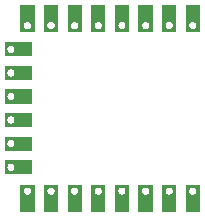
<source format=gtp>
G04 MADE WITH FRITZING*
G04 WWW.FRITZING.ORG*
G04 DOUBLE SIDED*
G04 HOLES PLATED*
G04 CONTOUR ON CENTER OF CONTOUR VECTOR*
%ASAXBY*%
%FSLAX23Y23*%
%MOIN*%
%OFA0B0*%
%SFA1.0B1.0*%
%ADD10R,0.001000X0.001000*%
%LNPASTEMASK1*%
G90*
G70*
G54D10*
X1235Y1967D02*
X1281Y1967D01*
X1313Y1967D02*
X1360Y1967D01*
X1392Y1967D02*
X1438Y1967D01*
X1471Y1967D02*
X1517Y1967D01*
X1550Y1967D02*
X1596Y1967D01*
X1628Y1967D02*
X1675Y1967D01*
X1707Y1967D02*
X1753Y1967D01*
X1786Y1967D02*
X1832Y1967D01*
X1235Y1966D02*
X1281Y1966D01*
X1313Y1966D02*
X1360Y1966D01*
X1392Y1966D02*
X1438Y1966D01*
X1471Y1966D02*
X1517Y1966D01*
X1550Y1966D02*
X1596Y1966D01*
X1628Y1966D02*
X1675Y1966D01*
X1707Y1966D02*
X1753Y1966D01*
X1786Y1966D02*
X1832Y1966D01*
X1235Y1965D02*
X1281Y1965D01*
X1313Y1965D02*
X1360Y1965D01*
X1392Y1965D02*
X1438Y1965D01*
X1471Y1965D02*
X1517Y1965D01*
X1550Y1965D02*
X1596Y1965D01*
X1628Y1965D02*
X1675Y1965D01*
X1707Y1965D02*
X1753Y1965D01*
X1786Y1965D02*
X1832Y1965D01*
X1235Y1964D02*
X1281Y1964D01*
X1313Y1964D02*
X1360Y1964D01*
X1392Y1964D02*
X1438Y1964D01*
X1471Y1964D02*
X1517Y1964D01*
X1550Y1964D02*
X1596Y1964D01*
X1628Y1964D02*
X1675Y1964D01*
X1707Y1964D02*
X1753Y1964D01*
X1786Y1964D02*
X1832Y1964D01*
X1235Y1963D02*
X1281Y1963D01*
X1313Y1963D02*
X1360Y1963D01*
X1392Y1963D02*
X1438Y1963D01*
X1471Y1963D02*
X1517Y1963D01*
X1550Y1963D02*
X1596Y1963D01*
X1628Y1963D02*
X1675Y1963D01*
X1707Y1963D02*
X1753Y1963D01*
X1786Y1963D02*
X1832Y1963D01*
X1235Y1962D02*
X1281Y1962D01*
X1313Y1962D02*
X1360Y1962D01*
X1392Y1962D02*
X1438Y1962D01*
X1471Y1962D02*
X1517Y1962D01*
X1550Y1962D02*
X1596Y1962D01*
X1628Y1962D02*
X1675Y1962D01*
X1707Y1962D02*
X1753Y1962D01*
X1786Y1962D02*
X1832Y1962D01*
X1235Y1961D02*
X1281Y1961D01*
X1313Y1961D02*
X1360Y1961D01*
X1392Y1961D02*
X1438Y1961D01*
X1471Y1961D02*
X1517Y1961D01*
X1550Y1961D02*
X1596Y1961D01*
X1628Y1961D02*
X1675Y1961D01*
X1707Y1961D02*
X1753Y1961D01*
X1786Y1961D02*
X1832Y1961D01*
X1235Y1960D02*
X1281Y1960D01*
X1313Y1960D02*
X1360Y1960D01*
X1392Y1960D02*
X1438Y1960D01*
X1471Y1960D02*
X1517Y1960D01*
X1550Y1960D02*
X1596Y1960D01*
X1628Y1960D02*
X1675Y1960D01*
X1707Y1960D02*
X1753Y1960D01*
X1786Y1960D02*
X1832Y1960D01*
X1235Y1959D02*
X1281Y1959D01*
X1313Y1959D02*
X1360Y1959D01*
X1392Y1959D02*
X1438Y1959D01*
X1471Y1959D02*
X1517Y1959D01*
X1550Y1959D02*
X1596Y1959D01*
X1628Y1959D02*
X1675Y1959D01*
X1707Y1959D02*
X1753Y1959D01*
X1786Y1959D02*
X1832Y1959D01*
X1235Y1958D02*
X1281Y1958D01*
X1313Y1958D02*
X1360Y1958D01*
X1392Y1958D02*
X1438Y1958D01*
X1471Y1958D02*
X1517Y1958D01*
X1550Y1958D02*
X1596Y1958D01*
X1628Y1958D02*
X1675Y1958D01*
X1707Y1958D02*
X1753Y1958D01*
X1786Y1958D02*
X1832Y1958D01*
X1235Y1957D02*
X1281Y1957D01*
X1313Y1957D02*
X1360Y1957D01*
X1392Y1957D02*
X1438Y1957D01*
X1471Y1957D02*
X1517Y1957D01*
X1550Y1957D02*
X1596Y1957D01*
X1628Y1957D02*
X1675Y1957D01*
X1707Y1957D02*
X1753Y1957D01*
X1786Y1957D02*
X1832Y1957D01*
X1235Y1956D02*
X1281Y1956D01*
X1313Y1956D02*
X1360Y1956D01*
X1392Y1956D02*
X1438Y1956D01*
X1471Y1956D02*
X1517Y1956D01*
X1550Y1956D02*
X1596Y1956D01*
X1628Y1956D02*
X1675Y1956D01*
X1707Y1956D02*
X1753Y1956D01*
X1786Y1956D02*
X1832Y1956D01*
X1235Y1955D02*
X1281Y1955D01*
X1313Y1955D02*
X1360Y1955D01*
X1392Y1955D02*
X1438Y1955D01*
X1471Y1955D02*
X1517Y1955D01*
X1550Y1955D02*
X1596Y1955D01*
X1628Y1955D02*
X1675Y1955D01*
X1707Y1955D02*
X1753Y1955D01*
X1786Y1955D02*
X1832Y1955D01*
X1235Y1954D02*
X1281Y1954D01*
X1313Y1954D02*
X1360Y1954D01*
X1392Y1954D02*
X1438Y1954D01*
X1471Y1954D02*
X1517Y1954D01*
X1550Y1954D02*
X1596Y1954D01*
X1628Y1954D02*
X1675Y1954D01*
X1707Y1954D02*
X1753Y1954D01*
X1786Y1954D02*
X1832Y1954D01*
X1235Y1953D02*
X1281Y1953D01*
X1313Y1953D02*
X1360Y1953D01*
X1392Y1953D02*
X1438Y1953D01*
X1471Y1953D02*
X1517Y1953D01*
X1550Y1953D02*
X1596Y1953D01*
X1628Y1953D02*
X1675Y1953D01*
X1707Y1953D02*
X1753Y1953D01*
X1786Y1953D02*
X1832Y1953D01*
X1235Y1952D02*
X1281Y1952D01*
X1313Y1952D02*
X1360Y1952D01*
X1392Y1952D02*
X1438Y1952D01*
X1471Y1952D02*
X1517Y1952D01*
X1550Y1952D02*
X1596Y1952D01*
X1628Y1952D02*
X1675Y1952D01*
X1707Y1952D02*
X1753Y1952D01*
X1786Y1952D02*
X1832Y1952D01*
X1235Y1951D02*
X1281Y1951D01*
X1313Y1951D02*
X1360Y1951D01*
X1392Y1951D02*
X1438Y1951D01*
X1471Y1951D02*
X1517Y1951D01*
X1550Y1951D02*
X1596Y1951D01*
X1628Y1951D02*
X1675Y1951D01*
X1707Y1951D02*
X1753Y1951D01*
X1786Y1951D02*
X1832Y1951D01*
X1235Y1950D02*
X1281Y1950D01*
X1313Y1950D02*
X1360Y1950D01*
X1392Y1950D02*
X1438Y1950D01*
X1471Y1950D02*
X1517Y1950D01*
X1550Y1950D02*
X1596Y1950D01*
X1628Y1950D02*
X1675Y1950D01*
X1707Y1950D02*
X1753Y1950D01*
X1786Y1950D02*
X1832Y1950D01*
X1235Y1949D02*
X1281Y1949D01*
X1313Y1949D02*
X1360Y1949D01*
X1392Y1949D02*
X1438Y1949D01*
X1471Y1949D02*
X1517Y1949D01*
X1550Y1949D02*
X1596Y1949D01*
X1628Y1949D02*
X1675Y1949D01*
X1707Y1949D02*
X1753Y1949D01*
X1786Y1949D02*
X1832Y1949D01*
X1235Y1948D02*
X1281Y1948D01*
X1313Y1948D02*
X1360Y1948D01*
X1392Y1948D02*
X1438Y1948D01*
X1471Y1948D02*
X1517Y1948D01*
X1550Y1948D02*
X1596Y1948D01*
X1628Y1948D02*
X1675Y1948D01*
X1707Y1948D02*
X1753Y1948D01*
X1786Y1948D02*
X1832Y1948D01*
X1235Y1947D02*
X1281Y1947D01*
X1313Y1947D02*
X1360Y1947D01*
X1392Y1947D02*
X1438Y1947D01*
X1471Y1947D02*
X1517Y1947D01*
X1550Y1947D02*
X1596Y1947D01*
X1628Y1947D02*
X1675Y1947D01*
X1707Y1947D02*
X1753Y1947D01*
X1786Y1947D02*
X1832Y1947D01*
X1235Y1946D02*
X1281Y1946D01*
X1313Y1946D02*
X1360Y1946D01*
X1392Y1946D02*
X1438Y1946D01*
X1471Y1946D02*
X1517Y1946D01*
X1550Y1946D02*
X1596Y1946D01*
X1628Y1946D02*
X1675Y1946D01*
X1707Y1946D02*
X1753Y1946D01*
X1786Y1946D02*
X1832Y1946D01*
X1235Y1945D02*
X1281Y1945D01*
X1313Y1945D02*
X1360Y1945D01*
X1392Y1945D02*
X1438Y1945D01*
X1471Y1945D02*
X1517Y1945D01*
X1550Y1945D02*
X1596Y1945D01*
X1628Y1945D02*
X1675Y1945D01*
X1707Y1945D02*
X1753Y1945D01*
X1786Y1945D02*
X1832Y1945D01*
X1235Y1944D02*
X1281Y1944D01*
X1313Y1944D02*
X1360Y1944D01*
X1392Y1944D02*
X1438Y1944D01*
X1471Y1944D02*
X1517Y1944D01*
X1550Y1944D02*
X1596Y1944D01*
X1628Y1944D02*
X1675Y1944D01*
X1707Y1944D02*
X1753Y1944D01*
X1786Y1944D02*
X1832Y1944D01*
X1235Y1943D02*
X1281Y1943D01*
X1313Y1943D02*
X1360Y1943D01*
X1392Y1943D02*
X1438Y1943D01*
X1471Y1943D02*
X1517Y1943D01*
X1550Y1943D02*
X1596Y1943D01*
X1628Y1943D02*
X1675Y1943D01*
X1707Y1943D02*
X1753Y1943D01*
X1786Y1943D02*
X1832Y1943D01*
X1235Y1942D02*
X1281Y1942D01*
X1313Y1942D02*
X1360Y1942D01*
X1392Y1942D02*
X1438Y1942D01*
X1471Y1942D02*
X1517Y1942D01*
X1550Y1942D02*
X1596Y1942D01*
X1628Y1942D02*
X1675Y1942D01*
X1707Y1942D02*
X1753Y1942D01*
X1786Y1942D02*
X1832Y1942D01*
X1235Y1941D02*
X1281Y1941D01*
X1313Y1941D02*
X1360Y1941D01*
X1392Y1941D02*
X1438Y1941D01*
X1471Y1941D02*
X1517Y1941D01*
X1550Y1941D02*
X1596Y1941D01*
X1628Y1941D02*
X1675Y1941D01*
X1707Y1941D02*
X1753Y1941D01*
X1786Y1941D02*
X1832Y1941D01*
X1235Y1940D02*
X1281Y1940D01*
X1313Y1940D02*
X1360Y1940D01*
X1392Y1940D02*
X1438Y1940D01*
X1471Y1940D02*
X1517Y1940D01*
X1550Y1940D02*
X1596Y1940D01*
X1628Y1940D02*
X1675Y1940D01*
X1707Y1940D02*
X1753Y1940D01*
X1786Y1940D02*
X1832Y1940D01*
X1235Y1939D02*
X1281Y1939D01*
X1313Y1939D02*
X1360Y1939D01*
X1392Y1939D02*
X1438Y1939D01*
X1471Y1939D02*
X1517Y1939D01*
X1550Y1939D02*
X1596Y1939D01*
X1628Y1939D02*
X1675Y1939D01*
X1707Y1939D02*
X1753Y1939D01*
X1786Y1939D02*
X1832Y1939D01*
X1235Y1938D02*
X1281Y1938D01*
X1313Y1938D02*
X1360Y1938D01*
X1392Y1938D02*
X1438Y1938D01*
X1471Y1938D02*
X1517Y1938D01*
X1550Y1938D02*
X1596Y1938D01*
X1628Y1938D02*
X1675Y1938D01*
X1707Y1938D02*
X1753Y1938D01*
X1786Y1938D02*
X1832Y1938D01*
X1235Y1937D02*
X1281Y1937D01*
X1313Y1937D02*
X1360Y1937D01*
X1392Y1937D02*
X1438Y1937D01*
X1471Y1937D02*
X1517Y1937D01*
X1550Y1937D02*
X1596Y1937D01*
X1628Y1937D02*
X1675Y1937D01*
X1707Y1937D02*
X1753Y1937D01*
X1786Y1937D02*
X1832Y1937D01*
X1235Y1936D02*
X1281Y1936D01*
X1313Y1936D02*
X1360Y1936D01*
X1392Y1936D02*
X1438Y1936D01*
X1471Y1936D02*
X1517Y1936D01*
X1550Y1936D02*
X1596Y1936D01*
X1628Y1936D02*
X1675Y1936D01*
X1707Y1936D02*
X1753Y1936D01*
X1786Y1936D02*
X1832Y1936D01*
X1235Y1935D02*
X1281Y1935D01*
X1313Y1935D02*
X1360Y1935D01*
X1392Y1935D02*
X1438Y1935D01*
X1471Y1935D02*
X1517Y1935D01*
X1550Y1935D02*
X1596Y1935D01*
X1628Y1935D02*
X1675Y1935D01*
X1707Y1935D02*
X1753Y1935D01*
X1786Y1935D02*
X1832Y1935D01*
X1235Y1934D02*
X1281Y1934D01*
X1313Y1934D02*
X1360Y1934D01*
X1392Y1934D02*
X1438Y1934D01*
X1471Y1934D02*
X1517Y1934D01*
X1550Y1934D02*
X1596Y1934D01*
X1628Y1934D02*
X1675Y1934D01*
X1707Y1934D02*
X1753Y1934D01*
X1786Y1934D02*
X1832Y1934D01*
X1235Y1933D02*
X1281Y1933D01*
X1313Y1933D02*
X1360Y1933D01*
X1392Y1933D02*
X1438Y1933D01*
X1471Y1933D02*
X1517Y1933D01*
X1550Y1933D02*
X1596Y1933D01*
X1628Y1933D02*
X1675Y1933D01*
X1707Y1933D02*
X1753Y1933D01*
X1786Y1933D02*
X1832Y1933D01*
X1235Y1932D02*
X1281Y1932D01*
X1313Y1932D02*
X1360Y1932D01*
X1392Y1932D02*
X1438Y1932D01*
X1471Y1932D02*
X1517Y1932D01*
X1550Y1932D02*
X1596Y1932D01*
X1628Y1932D02*
X1675Y1932D01*
X1707Y1932D02*
X1753Y1932D01*
X1786Y1932D02*
X1832Y1932D01*
X1235Y1931D02*
X1281Y1931D01*
X1313Y1931D02*
X1360Y1931D01*
X1392Y1931D02*
X1438Y1931D01*
X1471Y1931D02*
X1517Y1931D01*
X1550Y1931D02*
X1596Y1931D01*
X1628Y1931D02*
X1675Y1931D01*
X1707Y1931D02*
X1753Y1931D01*
X1786Y1931D02*
X1832Y1931D01*
X1235Y1930D02*
X1281Y1930D01*
X1313Y1930D02*
X1360Y1930D01*
X1392Y1930D02*
X1438Y1930D01*
X1471Y1930D02*
X1517Y1930D01*
X1550Y1930D02*
X1596Y1930D01*
X1628Y1930D02*
X1675Y1930D01*
X1707Y1930D02*
X1753Y1930D01*
X1786Y1930D02*
X1832Y1930D01*
X1235Y1929D02*
X1281Y1929D01*
X1313Y1929D02*
X1360Y1929D01*
X1392Y1929D02*
X1438Y1929D01*
X1471Y1929D02*
X1517Y1929D01*
X1550Y1929D02*
X1596Y1929D01*
X1628Y1929D02*
X1675Y1929D01*
X1707Y1929D02*
X1753Y1929D01*
X1786Y1929D02*
X1832Y1929D01*
X1235Y1928D02*
X1281Y1928D01*
X1313Y1928D02*
X1360Y1928D01*
X1392Y1928D02*
X1438Y1928D01*
X1471Y1928D02*
X1517Y1928D01*
X1550Y1928D02*
X1596Y1928D01*
X1628Y1928D02*
X1675Y1928D01*
X1707Y1928D02*
X1753Y1928D01*
X1786Y1928D02*
X1832Y1928D01*
X1235Y1927D02*
X1281Y1927D01*
X1313Y1927D02*
X1360Y1927D01*
X1392Y1927D02*
X1438Y1927D01*
X1471Y1927D02*
X1517Y1927D01*
X1550Y1927D02*
X1596Y1927D01*
X1628Y1927D02*
X1675Y1927D01*
X1707Y1927D02*
X1753Y1927D01*
X1786Y1927D02*
X1832Y1927D01*
X1235Y1926D02*
X1281Y1926D01*
X1313Y1926D02*
X1360Y1926D01*
X1392Y1926D02*
X1438Y1926D01*
X1471Y1926D02*
X1517Y1926D01*
X1550Y1926D02*
X1596Y1926D01*
X1628Y1926D02*
X1675Y1926D01*
X1707Y1926D02*
X1753Y1926D01*
X1786Y1926D02*
X1832Y1926D01*
X1235Y1925D02*
X1281Y1925D01*
X1313Y1925D02*
X1360Y1925D01*
X1392Y1925D02*
X1438Y1925D01*
X1471Y1925D02*
X1517Y1925D01*
X1550Y1925D02*
X1596Y1925D01*
X1628Y1925D02*
X1675Y1925D01*
X1707Y1925D02*
X1753Y1925D01*
X1786Y1925D02*
X1832Y1925D01*
X1235Y1924D02*
X1281Y1924D01*
X1313Y1924D02*
X1360Y1924D01*
X1392Y1924D02*
X1438Y1924D01*
X1471Y1924D02*
X1517Y1924D01*
X1550Y1924D02*
X1596Y1924D01*
X1628Y1924D02*
X1675Y1924D01*
X1707Y1924D02*
X1753Y1924D01*
X1786Y1924D02*
X1832Y1924D01*
X1235Y1923D02*
X1281Y1923D01*
X1313Y1923D02*
X1360Y1923D01*
X1392Y1923D02*
X1438Y1923D01*
X1471Y1923D02*
X1517Y1923D01*
X1550Y1923D02*
X1596Y1923D01*
X1628Y1923D02*
X1675Y1923D01*
X1707Y1923D02*
X1753Y1923D01*
X1786Y1923D02*
X1832Y1923D01*
X1235Y1922D02*
X1281Y1922D01*
X1313Y1922D02*
X1360Y1922D01*
X1392Y1922D02*
X1438Y1922D01*
X1471Y1922D02*
X1517Y1922D01*
X1550Y1922D02*
X1596Y1922D01*
X1628Y1922D02*
X1675Y1922D01*
X1707Y1922D02*
X1753Y1922D01*
X1786Y1922D02*
X1832Y1922D01*
X1235Y1921D02*
X1281Y1921D01*
X1313Y1921D02*
X1360Y1921D01*
X1392Y1921D02*
X1438Y1921D01*
X1471Y1921D02*
X1517Y1921D01*
X1550Y1921D02*
X1596Y1921D01*
X1628Y1921D02*
X1675Y1921D01*
X1707Y1921D02*
X1753Y1921D01*
X1786Y1921D02*
X1832Y1921D01*
X1235Y1920D02*
X1281Y1920D01*
X1313Y1920D02*
X1360Y1920D01*
X1392Y1920D02*
X1438Y1920D01*
X1471Y1920D02*
X1517Y1920D01*
X1550Y1920D02*
X1596Y1920D01*
X1628Y1920D02*
X1675Y1920D01*
X1707Y1920D02*
X1753Y1920D01*
X1786Y1920D02*
X1832Y1920D01*
X1235Y1919D02*
X1281Y1919D01*
X1313Y1919D02*
X1360Y1919D01*
X1392Y1919D02*
X1438Y1919D01*
X1471Y1919D02*
X1517Y1919D01*
X1550Y1919D02*
X1596Y1919D01*
X1628Y1919D02*
X1675Y1919D01*
X1707Y1919D02*
X1753Y1919D01*
X1786Y1919D02*
X1832Y1919D01*
X1235Y1918D02*
X1281Y1918D01*
X1313Y1918D02*
X1360Y1918D01*
X1392Y1918D02*
X1438Y1918D01*
X1471Y1918D02*
X1517Y1918D01*
X1550Y1918D02*
X1596Y1918D01*
X1628Y1918D02*
X1675Y1918D01*
X1707Y1918D02*
X1753Y1918D01*
X1786Y1918D02*
X1832Y1918D01*
X1235Y1917D02*
X1281Y1917D01*
X1313Y1917D02*
X1360Y1917D01*
X1392Y1917D02*
X1438Y1917D01*
X1471Y1917D02*
X1517Y1917D01*
X1550Y1917D02*
X1596Y1917D01*
X1628Y1917D02*
X1675Y1917D01*
X1707Y1917D02*
X1753Y1917D01*
X1786Y1917D02*
X1832Y1917D01*
X1235Y1916D02*
X1281Y1916D01*
X1313Y1916D02*
X1360Y1916D01*
X1392Y1916D02*
X1438Y1916D01*
X1471Y1916D02*
X1517Y1916D01*
X1550Y1916D02*
X1596Y1916D01*
X1628Y1916D02*
X1675Y1916D01*
X1707Y1916D02*
X1753Y1916D01*
X1786Y1916D02*
X1832Y1916D01*
X1235Y1915D02*
X1281Y1915D01*
X1313Y1915D02*
X1360Y1915D01*
X1392Y1915D02*
X1438Y1915D01*
X1471Y1915D02*
X1517Y1915D01*
X1550Y1915D02*
X1596Y1915D01*
X1628Y1915D02*
X1675Y1915D01*
X1707Y1915D02*
X1753Y1915D01*
X1786Y1915D02*
X1832Y1915D01*
X1235Y1914D02*
X1281Y1914D01*
X1313Y1914D02*
X1360Y1914D01*
X1392Y1914D02*
X1438Y1914D01*
X1471Y1914D02*
X1517Y1914D01*
X1550Y1914D02*
X1596Y1914D01*
X1628Y1914D02*
X1675Y1914D01*
X1707Y1914D02*
X1753Y1914D01*
X1786Y1914D02*
X1832Y1914D01*
X1235Y1913D02*
X1281Y1913D01*
X1313Y1913D02*
X1360Y1913D01*
X1392Y1913D02*
X1438Y1913D01*
X1471Y1913D02*
X1517Y1913D01*
X1550Y1913D02*
X1596Y1913D01*
X1628Y1913D02*
X1675Y1913D01*
X1707Y1913D02*
X1753Y1913D01*
X1786Y1913D02*
X1832Y1913D01*
X1235Y1912D02*
X1281Y1912D01*
X1313Y1912D02*
X1360Y1912D01*
X1392Y1912D02*
X1438Y1912D01*
X1471Y1912D02*
X1517Y1912D01*
X1550Y1912D02*
X1596Y1912D01*
X1628Y1912D02*
X1675Y1912D01*
X1707Y1912D02*
X1753Y1912D01*
X1786Y1912D02*
X1832Y1912D01*
X1235Y1911D02*
X1254Y1911D01*
X1262Y1911D02*
X1281Y1911D01*
X1313Y1911D02*
X1333Y1911D01*
X1340Y1911D02*
X1360Y1911D01*
X1392Y1911D02*
X1411Y1911D01*
X1419Y1911D02*
X1438Y1911D01*
X1471Y1911D02*
X1490Y1911D01*
X1498Y1911D02*
X1517Y1911D01*
X1550Y1911D02*
X1569Y1911D01*
X1576Y1911D02*
X1596Y1911D01*
X1628Y1911D02*
X1648Y1911D01*
X1655Y1911D02*
X1675Y1911D01*
X1707Y1911D02*
X1726Y1911D01*
X1734Y1911D02*
X1753Y1911D01*
X1786Y1911D02*
X1805Y1911D01*
X1813Y1911D02*
X1832Y1911D01*
X1235Y1910D02*
X1252Y1910D01*
X1264Y1910D02*
X1281Y1910D01*
X1313Y1910D02*
X1330Y1910D01*
X1343Y1910D02*
X1360Y1910D01*
X1392Y1910D02*
X1409Y1910D01*
X1421Y1910D02*
X1438Y1910D01*
X1471Y1910D02*
X1488Y1910D01*
X1500Y1910D02*
X1517Y1910D01*
X1550Y1910D02*
X1566Y1910D01*
X1579Y1910D02*
X1596Y1910D01*
X1628Y1910D02*
X1645Y1910D01*
X1658Y1910D02*
X1675Y1910D01*
X1707Y1910D02*
X1724Y1910D01*
X1736Y1910D02*
X1753Y1910D01*
X1786Y1910D02*
X1803Y1910D01*
X1815Y1910D02*
X1832Y1910D01*
X1235Y1909D02*
X1250Y1909D01*
X1266Y1909D02*
X1281Y1909D01*
X1313Y1909D02*
X1329Y1909D01*
X1344Y1909D02*
X1360Y1909D01*
X1392Y1909D02*
X1407Y1909D01*
X1423Y1909D02*
X1438Y1909D01*
X1471Y1909D02*
X1486Y1909D01*
X1502Y1909D02*
X1517Y1909D01*
X1550Y1909D02*
X1565Y1909D01*
X1580Y1909D02*
X1596Y1909D01*
X1628Y1909D02*
X1644Y1909D01*
X1659Y1909D02*
X1675Y1909D01*
X1707Y1909D02*
X1722Y1909D01*
X1738Y1909D02*
X1753Y1909D01*
X1786Y1909D02*
X1801Y1909D01*
X1817Y1909D02*
X1832Y1909D01*
X1235Y1908D02*
X1249Y1908D01*
X1267Y1908D02*
X1281Y1908D01*
X1313Y1908D02*
X1327Y1908D01*
X1345Y1908D02*
X1360Y1908D01*
X1392Y1908D02*
X1406Y1908D01*
X1424Y1908D02*
X1438Y1908D01*
X1471Y1908D02*
X1485Y1908D01*
X1503Y1908D02*
X1517Y1908D01*
X1550Y1908D02*
X1564Y1908D01*
X1582Y1908D02*
X1596Y1908D01*
X1628Y1908D02*
X1642Y1908D01*
X1660Y1908D02*
X1675Y1908D01*
X1707Y1908D02*
X1721Y1908D01*
X1739Y1908D02*
X1753Y1908D01*
X1786Y1908D02*
X1800Y1908D01*
X1818Y1908D02*
X1832Y1908D01*
X1235Y1907D02*
X1248Y1907D01*
X1268Y1907D02*
X1281Y1907D01*
X1313Y1907D02*
X1327Y1907D01*
X1346Y1907D02*
X1360Y1907D01*
X1392Y1907D02*
X1405Y1907D01*
X1425Y1907D02*
X1438Y1907D01*
X1471Y1907D02*
X1484Y1907D01*
X1504Y1907D02*
X1517Y1907D01*
X1550Y1907D02*
X1563Y1907D01*
X1583Y1907D02*
X1596Y1907D01*
X1628Y1907D02*
X1642Y1907D01*
X1661Y1907D02*
X1675Y1907D01*
X1707Y1907D02*
X1720Y1907D01*
X1740Y1907D02*
X1753Y1907D01*
X1786Y1907D02*
X1799Y1907D01*
X1819Y1907D02*
X1832Y1907D01*
X1235Y1906D02*
X1247Y1906D01*
X1268Y1906D02*
X1281Y1906D01*
X1313Y1906D02*
X1326Y1906D01*
X1347Y1906D02*
X1360Y1906D01*
X1392Y1906D02*
X1405Y1906D01*
X1426Y1906D02*
X1438Y1906D01*
X1471Y1906D02*
X1483Y1906D01*
X1505Y1906D02*
X1517Y1906D01*
X1550Y1906D02*
X1562Y1906D01*
X1583Y1906D02*
X1596Y1906D01*
X1628Y1906D02*
X1641Y1906D01*
X1662Y1906D02*
X1675Y1906D01*
X1707Y1906D02*
X1719Y1906D01*
X1741Y1906D02*
X1753Y1906D01*
X1786Y1906D02*
X1798Y1906D01*
X1820Y1906D02*
X1832Y1906D01*
X1235Y1905D02*
X1247Y1905D01*
X1269Y1905D02*
X1281Y1905D01*
X1313Y1905D02*
X1325Y1905D01*
X1348Y1905D02*
X1360Y1905D01*
X1392Y1905D02*
X1404Y1905D01*
X1426Y1905D02*
X1438Y1905D01*
X1471Y1905D02*
X1483Y1905D01*
X1505Y1905D02*
X1517Y1905D01*
X1550Y1905D02*
X1561Y1905D01*
X1584Y1905D02*
X1596Y1905D01*
X1628Y1905D02*
X1640Y1905D01*
X1663Y1905D02*
X1675Y1905D01*
X1707Y1905D02*
X1719Y1905D01*
X1741Y1905D02*
X1753Y1905D01*
X1786Y1905D02*
X1798Y1905D01*
X1820Y1905D02*
X1832Y1905D01*
X1235Y1904D02*
X1246Y1904D01*
X1269Y1904D02*
X1281Y1904D01*
X1313Y1904D02*
X1325Y1904D01*
X1348Y1904D02*
X1360Y1904D01*
X1392Y1904D02*
X1404Y1904D01*
X1427Y1904D02*
X1438Y1904D01*
X1471Y1904D02*
X1482Y1904D01*
X1506Y1904D02*
X1517Y1904D01*
X1550Y1904D02*
X1561Y1904D01*
X1584Y1904D02*
X1596Y1904D01*
X1628Y1904D02*
X1640Y1904D01*
X1663Y1904D02*
X1675Y1904D01*
X1707Y1904D02*
X1718Y1904D01*
X1742Y1904D02*
X1753Y1904D01*
X1786Y1904D02*
X1797Y1904D01*
X1821Y1904D02*
X1832Y1904D01*
X1235Y1903D02*
X1246Y1903D01*
X1270Y1903D02*
X1281Y1903D01*
X1313Y1903D02*
X1324Y1903D01*
X1349Y1903D02*
X1360Y1903D01*
X1392Y1903D02*
X1403Y1903D01*
X1427Y1903D02*
X1438Y1903D01*
X1471Y1903D02*
X1482Y1903D01*
X1506Y1903D02*
X1517Y1903D01*
X1550Y1903D02*
X1561Y1903D01*
X1585Y1903D02*
X1596Y1903D01*
X1628Y1903D02*
X1639Y1903D01*
X1663Y1903D02*
X1675Y1903D01*
X1707Y1903D02*
X1718Y1903D01*
X1742Y1903D02*
X1753Y1903D01*
X1786Y1903D02*
X1797Y1903D01*
X1821Y1903D02*
X1832Y1903D01*
X1235Y1902D02*
X1245Y1902D01*
X1270Y1902D02*
X1281Y1902D01*
X1313Y1902D02*
X1324Y1902D01*
X1349Y1902D02*
X1360Y1902D01*
X1392Y1902D02*
X1403Y1902D01*
X1428Y1902D02*
X1438Y1902D01*
X1471Y1902D02*
X1482Y1902D01*
X1506Y1902D02*
X1517Y1902D01*
X1550Y1902D02*
X1560Y1902D01*
X1585Y1902D02*
X1596Y1902D01*
X1628Y1902D02*
X1639Y1902D01*
X1664Y1902D02*
X1675Y1902D01*
X1707Y1902D02*
X1718Y1902D01*
X1742Y1902D02*
X1753Y1902D01*
X1786Y1902D02*
X1797Y1902D01*
X1821Y1902D02*
X1832Y1902D01*
X1235Y1901D02*
X1245Y1901D01*
X1270Y1901D02*
X1281Y1901D01*
X1313Y1901D02*
X1324Y1901D01*
X1349Y1901D02*
X1360Y1901D01*
X1392Y1901D02*
X1403Y1901D01*
X1428Y1901D02*
X1438Y1901D01*
X1471Y1901D02*
X1481Y1901D01*
X1506Y1901D02*
X1517Y1901D01*
X1550Y1901D02*
X1560Y1901D01*
X1585Y1901D02*
X1596Y1901D01*
X1628Y1901D02*
X1639Y1901D01*
X1664Y1901D02*
X1675Y1901D01*
X1707Y1901D02*
X1718Y1901D01*
X1743Y1901D02*
X1753Y1901D01*
X1786Y1901D02*
X1796Y1901D01*
X1821Y1901D02*
X1832Y1901D01*
X1235Y1900D02*
X1245Y1900D01*
X1270Y1900D02*
X1281Y1900D01*
X1313Y1900D02*
X1324Y1900D01*
X1349Y1900D02*
X1360Y1900D01*
X1392Y1900D02*
X1403Y1900D01*
X1428Y1900D02*
X1438Y1900D01*
X1471Y1900D02*
X1481Y1900D01*
X1507Y1900D02*
X1517Y1900D01*
X1550Y1900D02*
X1560Y1900D01*
X1585Y1900D02*
X1596Y1900D01*
X1628Y1900D02*
X1639Y1900D01*
X1664Y1900D02*
X1675Y1900D01*
X1707Y1900D02*
X1718Y1900D01*
X1743Y1900D02*
X1753Y1900D01*
X1786Y1900D02*
X1796Y1900D01*
X1821Y1900D02*
X1832Y1900D01*
X1235Y1899D02*
X1245Y1899D01*
X1270Y1899D02*
X1281Y1899D01*
X1313Y1899D02*
X1324Y1899D01*
X1349Y1899D02*
X1360Y1899D01*
X1392Y1899D02*
X1403Y1899D01*
X1428Y1899D02*
X1438Y1899D01*
X1471Y1899D02*
X1481Y1899D01*
X1507Y1899D02*
X1517Y1899D01*
X1550Y1899D02*
X1560Y1899D01*
X1585Y1899D02*
X1596Y1899D01*
X1628Y1899D02*
X1639Y1899D01*
X1664Y1899D02*
X1675Y1899D01*
X1707Y1899D02*
X1718Y1899D01*
X1743Y1899D02*
X1753Y1899D01*
X1786Y1899D02*
X1796Y1899D01*
X1821Y1899D02*
X1832Y1899D01*
X1235Y1898D02*
X1245Y1898D01*
X1270Y1898D02*
X1281Y1898D01*
X1313Y1898D02*
X1324Y1898D01*
X1349Y1898D02*
X1360Y1898D01*
X1392Y1898D02*
X1403Y1898D01*
X1428Y1898D02*
X1438Y1898D01*
X1471Y1898D02*
X1481Y1898D01*
X1506Y1898D02*
X1517Y1898D01*
X1550Y1898D02*
X1560Y1898D01*
X1585Y1898D02*
X1596Y1898D01*
X1628Y1898D02*
X1639Y1898D01*
X1664Y1898D02*
X1675Y1898D01*
X1707Y1898D02*
X1718Y1898D01*
X1743Y1898D02*
X1753Y1898D01*
X1786Y1898D02*
X1796Y1898D01*
X1821Y1898D02*
X1832Y1898D01*
X1235Y1897D02*
X1245Y1897D01*
X1270Y1897D02*
X1281Y1897D01*
X1313Y1897D02*
X1324Y1897D01*
X1349Y1897D02*
X1360Y1897D01*
X1392Y1897D02*
X1403Y1897D01*
X1428Y1897D02*
X1438Y1897D01*
X1471Y1897D02*
X1482Y1897D01*
X1506Y1897D02*
X1517Y1897D01*
X1550Y1897D02*
X1560Y1897D01*
X1585Y1897D02*
X1596Y1897D01*
X1628Y1897D02*
X1639Y1897D01*
X1664Y1897D02*
X1675Y1897D01*
X1707Y1897D02*
X1718Y1897D01*
X1743Y1897D02*
X1753Y1897D01*
X1786Y1897D02*
X1796Y1897D01*
X1821Y1897D02*
X1832Y1897D01*
X1235Y1896D02*
X1246Y1896D01*
X1270Y1896D02*
X1281Y1896D01*
X1313Y1896D02*
X1324Y1896D01*
X1349Y1896D02*
X1360Y1896D01*
X1392Y1896D02*
X1403Y1896D01*
X1427Y1896D02*
X1438Y1896D01*
X1471Y1896D02*
X1482Y1896D01*
X1506Y1896D02*
X1517Y1896D01*
X1550Y1896D02*
X1561Y1896D01*
X1585Y1896D02*
X1596Y1896D01*
X1628Y1896D02*
X1639Y1896D01*
X1664Y1896D02*
X1675Y1896D01*
X1707Y1896D02*
X1718Y1896D01*
X1742Y1896D02*
X1753Y1896D01*
X1786Y1896D02*
X1797Y1896D01*
X1821Y1896D02*
X1832Y1896D01*
X1235Y1895D02*
X1246Y1895D01*
X1270Y1895D02*
X1281Y1895D01*
X1313Y1895D02*
X1325Y1895D01*
X1348Y1895D02*
X1360Y1895D01*
X1392Y1895D02*
X1403Y1895D01*
X1427Y1895D02*
X1438Y1895D01*
X1471Y1895D02*
X1482Y1895D01*
X1506Y1895D02*
X1517Y1895D01*
X1550Y1895D02*
X1561Y1895D01*
X1584Y1895D02*
X1596Y1895D01*
X1628Y1895D02*
X1640Y1895D01*
X1663Y1895D02*
X1675Y1895D01*
X1707Y1895D02*
X1718Y1895D01*
X1742Y1895D02*
X1753Y1895D01*
X1786Y1895D02*
X1797Y1895D01*
X1821Y1895D02*
X1832Y1895D01*
X1235Y1894D02*
X1246Y1894D01*
X1269Y1894D02*
X1281Y1894D01*
X1313Y1894D02*
X1325Y1894D01*
X1348Y1894D02*
X1360Y1894D01*
X1392Y1894D02*
X1404Y1894D01*
X1427Y1894D02*
X1438Y1894D01*
X1471Y1894D02*
X1483Y1894D01*
X1505Y1894D02*
X1517Y1894D01*
X1550Y1894D02*
X1561Y1894D01*
X1584Y1894D02*
X1596Y1894D01*
X1628Y1894D02*
X1640Y1894D01*
X1663Y1894D02*
X1675Y1894D01*
X1707Y1894D02*
X1719Y1894D01*
X1741Y1894D02*
X1753Y1894D01*
X1786Y1894D02*
X1798Y1894D01*
X1820Y1894D02*
X1832Y1894D01*
X1235Y1893D02*
X1247Y1893D01*
X1269Y1893D02*
X1281Y1893D01*
X1313Y1893D02*
X1326Y1893D01*
X1347Y1893D02*
X1360Y1893D01*
X1392Y1893D02*
X1404Y1893D01*
X1426Y1893D02*
X1438Y1893D01*
X1471Y1893D02*
X1483Y1893D01*
X1505Y1893D02*
X1517Y1893D01*
X1550Y1893D02*
X1562Y1893D01*
X1583Y1893D02*
X1596Y1893D01*
X1628Y1893D02*
X1641Y1893D01*
X1662Y1893D02*
X1675Y1893D01*
X1707Y1893D02*
X1719Y1893D01*
X1741Y1893D02*
X1753Y1893D01*
X1786Y1893D02*
X1798Y1893D01*
X1820Y1893D02*
X1832Y1893D01*
X1235Y1892D02*
X1248Y1892D01*
X1268Y1892D02*
X1281Y1892D01*
X1313Y1892D02*
X1326Y1892D01*
X1347Y1892D02*
X1360Y1892D01*
X1392Y1892D02*
X1405Y1892D01*
X1425Y1892D02*
X1438Y1892D01*
X1471Y1892D02*
X1484Y1892D01*
X1504Y1892D02*
X1517Y1892D01*
X1550Y1892D02*
X1563Y1892D01*
X1583Y1892D02*
X1596Y1892D01*
X1628Y1892D02*
X1641Y1892D01*
X1662Y1892D02*
X1675Y1892D01*
X1707Y1892D02*
X1720Y1892D01*
X1740Y1892D02*
X1753Y1892D01*
X1786Y1892D02*
X1799Y1892D01*
X1819Y1892D02*
X1832Y1892D01*
X1235Y1891D02*
X1248Y1891D01*
X1267Y1891D02*
X1281Y1891D01*
X1313Y1891D02*
X1327Y1891D01*
X1346Y1891D02*
X1360Y1891D01*
X1392Y1891D02*
X1406Y1891D01*
X1424Y1891D02*
X1438Y1891D01*
X1471Y1891D02*
X1485Y1891D01*
X1503Y1891D02*
X1517Y1891D01*
X1550Y1891D02*
X1563Y1891D01*
X1582Y1891D02*
X1596Y1891D01*
X1628Y1891D02*
X1642Y1891D01*
X1661Y1891D02*
X1675Y1891D01*
X1707Y1891D02*
X1721Y1891D01*
X1739Y1891D02*
X1753Y1891D01*
X1786Y1891D02*
X1800Y1891D01*
X1818Y1891D02*
X1832Y1891D01*
X1235Y1890D02*
X1250Y1890D01*
X1266Y1890D02*
X1281Y1890D01*
X1313Y1890D02*
X1328Y1890D01*
X1345Y1890D02*
X1360Y1890D01*
X1392Y1890D02*
X1407Y1890D01*
X1423Y1890D02*
X1438Y1890D01*
X1471Y1890D02*
X1486Y1890D01*
X1502Y1890D02*
X1517Y1890D01*
X1550Y1890D02*
X1565Y1890D01*
X1581Y1890D02*
X1596Y1890D01*
X1628Y1890D02*
X1643Y1890D01*
X1660Y1890D02*
X1675Y1890D01*
X1707Y1890D02*
X1722Y1890D01*
X1738Y1890D02*
X1753Y1890D01*
X1786Y1890D02*
X1801Y1890D01*
X1817Y1890D02*
X1832Y1890D01*
X1235Y1889D02*
X1251Y1889D01*
X1265Y1889D02*
X1281Y1889D01*
X1313Y1889D02*
X1330Y1889D01*
X1343Y1889D02*
X1360Y1889D01*
X1392Y1889D02*
X1408Y1889D01*
X1422Y1889D02*
X1438Y1889D01*
X1471Y1889D02*
X1487Y1889D01*
X1501Y1889D02*
X1517Y1889D01*
X1550Y1889D02*
X1566Y1889D01*
X1579Y1889D02*
X1596Y1889D01*
X1628Y1889D02*
X1645Y1889D01*
X1658Y1889D02*
X1675Y1889D01*
X1707Y1889D02*
X1723Y1889D01*
X1737Y1889D02*
X1753Y1889D01*
X1786Y1889D02*
X1802Y1889D01*
X1816Y1889D02*
X1832Y1889D01*
X1235Y1888D02*
X1253Y1888D01*
X1262Y1888D02*
X1281Y1888D01*
X1313Y1888D02*
X1332Y1888D01*
X1341Y1888D02*
X1360Y1888D01*
X1392Y1888D02*
X1411Y1888D01*
X1420Y1888D02*
X1438Y1888D01*
X1471Y1888D02*
X1489Y1888D01*
X1499Y1888D02*
X1517Y1888D01*
X1550Y1888D02*
X1568Y1888D01*
X1577Y1888D02*
X1596Y1888D01*
X1628Y1888D02*
X1647Y1888D01*
X1656Y1888D02*
X1675Y1888D01*
X1707Y1888D02*
X1725Y1888D01*
X1735Y1888D02*
X1753Y1888D01*
X1786Y1888D02*
X1804Y1888D01*
X1814Y1888D02*
X1832Y1888D01*
X1235Y1887D02*
X1281Y1887D01*
X1313Y1887D02*
X1360Y1887D01*
X1392Y1887D02*
X1438Y1887D01*
X1471Y1887D02*
X1517Y1887D01*
X1550Y1887D02*
X1596Y1887D01*
X1628Y1887D02*
X1675Y1887D01*
X1707Y1887D02*
X1753Y1887D01*
X1786Y1887D02*
X1832Y1887D01*
X1235Y1886D02*
X1281Y1886D01*
X1313Y1886D02*
X1360Y1886D01*
X1392Y1886D02*
X1438Y1886D01*
X1471Y1886D02*
X1517Y1886D01*
X1550Y1886D02*
X1596Y1886D01*
X1628Y1886D02*
X1675Y1886D01*
X1707Y1886D02*
X1753Y1886D01*
X1786Y1886D02*
X1832Y1886D01*
X1235Y1885D02*
X1281Y1885D01*
X1313Y1885D02*
X1360Y1885D01*
X1392Y1885D02*
X1438Y1885D01*
X1471Y1885D02*
X1517Y1885D01*
X1550Y1885D02*
X1596Y1885D01*
X1628Y1885D02*
X1675Y1885D01*
X1707Y1885D02*
X1753Y1885D01*
X1786Y1885D02*
X1832Y1885D01*
X1235Y1884D02*
X1281Y1884D01*
X1313Y1884D02*
X1360Y1884D01*
X1392Y1884D02*
X1438Y1884D01*
X1471Y1884D02*
X1517Y1884D01*
X1550Y1884D02*
X1596Y1884D01*
X1628Y1884D02*
X1675Y1884D01*
X1707Y1884D02*
X1753Y1884D01*
X1786Y1884D02*
X1832Y1884D01*
X1235Y1883D02*
X1281Y1883D01*
X1313Y1883D02*
X1360Y1883D01*
X1392Y1883D02*
X1438Y1883D01*
X1471Y1883D02*
X1517Y1883D01*
X1550Y1883D02*
X1596Y1883D01*
X1628Y1883D02*
X1675Y1883D01*
X1707Y1883D02*
X1753Y1883D01*
X1786Y1883D02*
X1832Y1883D01*
X1235Y1882D02*
X1281Y1882D01*
X1313Y1882D02*
X1360Y1882D01*
X1392Y1882D02*
X1438Y1882D01*
X1471Y1882D02*
X1517Y1882D01*
X1550Y1882D02*
X1596Y1882D01*
X1628Y1882D02*
X1675Y1882D01*
X1707Y1882D02*
X1753Y1882D01*
X1786Y1882D02*
X1832Y1882D01*
X1235Y1881D02*
X1281Y1881D01*
X1313Y1881D02*
X1360Y1881D01*
X1392Y1881D02*
X1438Y1881D01*
X1471Y1881D02*
X1517Y1881D01*
X1550Y1881D02*
X1596Y1881D01*
X1628Y1881D02*
X1675Y1881D01*
X1707Y1881D02*
X1753Y1881D01*
X1786Y1881D02*
X1832Y1881D01*
X1235Y1880D02*
X1281Y1880D01*
X1313Y1880D02*
X1360Y1880D01*
X1392Y1880D02*
X1438Y1880D01*
X1471Y1880D02*
X1517Y1880D01*
X1550Y1880D02*
X1596Y1880D01*
X1628Y1880D02*
X1675Y1880D01*
X1707Y1880D02*
X1753Y1880D01*
X1786Y1880D02*
X1832Y1880D01*
X1183Y1844D02*
X1270Y1844D01*
X1183Y1843D02*
X1271Y1843D01*
X1183Y1842D02*
X1271Y1842D01*
X1183Y1841D02*
X1271Y1841D01*
X1183Y1840D02*
X1271Y1840D01*
X1183Y1839D02*
X1271Y1839D01*
X1183Y1838D02*
X1271Y1838D01*
X1183Y1837D02*
X1271Y1837D01*
X1183Y1836D02*
X1271Y1836D01*
X1183Y1835D02*
X1271Y1835D01*
X1183Y1834D02*
X1271Y1834D01*
X1183Y1833D02*
X1271Y1833D01*
X1183Y1832D02*
X1199Y1832D01*
X1207Y1832D02*
X1271Y1832D01*
X1183Y1831D02*
X1196Y1831D01*
X1209Y1831D02*
X1271Y1831D01*
X1183Y1830D02*
X1195Y1830D01*
X1211Y1830D02*
X1271Y1830D01*
X1183Y1829D02*
X1194Y1829D01*
X1212Y1829D02*
X1271Y1829D01*
X1183Y1828D02*
X1193Y1828D01*
X1213Y1828D02*
X1271Y1828D01*
X1183Y1827D02*
X1192Y1827D01*
X1214Y1827D02*
X1271Y1827D01*
X1183Y1826D02*
X1192Y1826D01*
X1214Y1826D02*
X1271Y1826D01*
X1183Y1825D02*
X1191Y1825D01*
X1215Y1825D02*
X1271Y1825D01*
X1183Y1824D02*
X1191Y1824D01*
X1215Y1824D02*
X1271Y1824D01*
X1183Y1823D02*
X1190Y1823D01*
X1215Y1823D02*
X1271Y1823D01*
X1183Y1822D02*
X1190Y1822D01*
X1215Y1822D02*
X1271Y1822D01*
X1183Y1821D02*
X1190Y1821D01*
X1215Y1821D02*
X1271Y1821D01*
X1183Y1820D02*
X1190Y1820D01*
X1215Y1820D02*
X1271Y1820D01*
X1183Y1819D02*
X1190Y1819D01*
X1215Y1819D02*
X1271Y1819D01*
X1183Y1818D02*
X1190Y1818D01*
X1215Y1818D02*
X1271Y1818D01*
X1183Y1817D02*
X1191Y1817D01*
X1215Y1817D02*
X1271Y1817D01*
X1183Y1816D02*
X1191Y1816D01*
X1215Y1816D02*
X1271Y1816D01*
X1183Y1815D02*
X1192Y1815D01*
X1214Y1815D02*
X1271Y1815D01*
X1183Y1814D02*
X1192Y1814D01*
X1214Y1814D02*
X1271Y1814D01*
X1183Y1813D02*
X1193Y1813D01*
X1213Y1813D02*
X1271Y1813D01*
X1183Y1812D02*
X1194Y1812D01*
X1212Y1812D02*
X1271Y1812D01*
X1183Y1811D02*
X1195Y1811D01*
X1211Y1811D02*
X1271Y1811D01*
X1183Y1810D02*
X1196Y1810D01*
X1209Y1810D02*
X1271Y1810D01*
X1183Y1809D02*
X1198Y1809D01*
X1207Y1809D02*
X1271Y1809D01*
X1183Y1808D02*
X1271Y1808D01*
X1183Y1807D02*
X1271Y1807D01*
X1183Y1806D02*
X1271Y1806D01*
X1183Y1805D02*
X1271Y1805D01*
X1183Y1804D02*
X1271Y1804D01*
X1183Y1803D02*
X1271Y1803D01*
X1183Y1802D02*
X1271Y1802D01*
X1183Y1801D02*
X1271Y1801D01*
X1183Y1800D02*
X1271Y1800D01*
X1183Y1799D02*
X1271Y1799D01*
X1183Y1798D02*
X1271Y1798D01*
X1183Y1797D02*
X1270Y1797D01*
X1183Y1765D02*
X1270Y1765D01*
X1183Y1764D02*
X1271Y1764D01*
X1183Y1763D02*
X1271Y1763D01*
X1183Y1762D02*
X1271Y1762D01*
X1183Y1761D02*
X1271Y1761D01*
X1183Y1760D02*
X1271Y1760D01*
X1183Y1759D02*
X1271Y1759D01*
X1183Y1758D02*
X1271Y1758D01*
X1183Y1757D02*
X1271Y1757D01*
X1183Y1756D02*
X1271Y1756D01*
X1183Y1755D02*
X1271Y1755D01*
X1183Y1754D02*
X1271Y1754D01*
X1183Y1753D02*
X1198Y1753D01*
X1208Y1753D02*
X1271Y1753D01*
X1183Y1752D02*
X1196Y1752D01*
X1210Y1752D02*
X1271Y1752D01*
X1183Y1751D02*
X1194Y1751D01*
X1211Y1751D02*
X1271Y1751D01*
X1183Y1750D02*
X1193Y1750D01*
X1212Y1750D02*
X1271Y1750D01*
X1183Y1749D02*
X1193Y1749D01*
X1213Y1749D02*
X1271Y1749D01*
X1183Y1748D02*
X1192Y1748D01*
X1214Y1748D02*
X1271Y1748D01*
X1183Y1747D02*
X1191Y1747D01*
X1214Y1747D02*
X1271Y1747D01*
X1183Y1746D02*
X1191Y1746D01*
X1215Y1746D02*
X1271Y1746D01*
X1183Y1745D02*
X1191Y1745D01*
X1215Y1745D02*
X1271Y1745D01*
X1183Y1744D02*
X1190Y1744D01*
X1215Y1744D02*
X1271Y1744D01*
X1183Y1743D02*
X1190Y1743D01*
X1215Y1743D02*
X1271Y1743D01*
X1183Y1742D02*
X1190Y1742D01*
X1215Y1742D02*
X1271Y1742D01*
X1183Y1741D02*
X1190Y1741D01*
X1215Y1741D02*
X1271Y1741D01*
X1183Y1740D02*
X1190Y1740D01*
X1215Y1740D02*
X1271Y1740D01*
X1183Y1739D02*
X1190Y1739D01*
X1215Y1739D02*
X1271Y1739D01*
X1183Y1738D02*
X1191Y1738D01*
X1215Y1738D02*
X1271Y1738D01*
X1183Y1737D02*
X1191Y1737D01*
X1214Y1737D02*
X1271Y1737D01*
X1183Y1736D02*
X1192Y1736D01*
X1214Y1736D02*
X1271Y1736D01*
X1183Y1735D02*
X1192Y1735D01*
X1213Y1735D02*
X1271Y1735D01*
X1183Y1734D02*
X1193Y1734D01*
X1213Y1734D02*
X1271Y1734D01*
X1183Y1733D02*
X1194Y1733D01*
X1212Y1733D02*
X1271Y1733D01*
X1183Y1732D02*
X1195Y1732D01*
X1210Y1732D02*
X1271Y1732D01*
X1183Y1731D02*
X1197Y1731D01*
X1209Y1731D02*
X1271Y1731D01*
X1183Y1730D02*
X1199Y1730D01*
X1206Y1730D02*
X1271Y1730D01*
X1183Y1729D02*
X1271Y1729D01*
X1183Y1728D02*
X1271Y1728D01*
X1183Y1727D02*
X1271Y1727D01*
X1183Y1726D02*
X1271Y1726D01*
X1183Y1725D02*
X1271Y1725D01*
X1183Y1724D02*
X1271Y1724D01*
X1183Y1723D02*
X1271Y1723D01*
X1183Y1722D02*
X1271Y1722D01*
X1183Y1721D02*
X1271Y1721D01*
X1183Y1720D02*
X1271Y1720D01*
X1183Y1719D02*
X1271Y1719D01*
X1183Y1686D02*
X1271Y1686D01*
X1183Y1685D02*
X1271Y1685D01*
X1183Y1684D02*
X1271Y1684D01*
X1183Y1683D02*
X1271Y1683D01*
X1183Y1682D02*
X1271Y1682D01*
X1183Y1681D02*
X1271Y1681D01*
X1183Y1680D02*
X1271Y1680D01*
X1183Y1679D02*
X1271Y1679D01*
X1183Y1678D02*
X1271Y1678D01*
X1183Y1677D02*
X1271Y1677D01*
X1183Y1676D02*
X1271Y1676D01*
X1183Y1675D02*
X1200Y1675D01*
X1205Y1675D02*
X1271Y1675D01*
X1183Y1674D02*
X1197Y1674D01*
X1208Y1674D02*
X1271Y1674D01*
X1183Y1673D02*
X1195Y1673D01*
X1210Y1673D02*
X1271Y1673D01*
X1183Y1672D02*
X1194Y1672D01*
X1211Y1672D02*
X1271Y1672D01*
X1183Y1671D02*
X1193Y1671D01*
X1212Y1671D02*
X1271Y1671D01*
X1183Y1670D02*
X1192Y1670D01*
X1213Y1670D02*
X1271Y1670D01*
X1183Y1669D02*
X1192Y1669D01*
X1214Y1669D02*
X1271Y1669D01*
X1183Y1668D02*
X1191Y1668D01*
X1214Y1668D02*
X1271Y1668D01*
X1183Y1667D02*
X1191Y1667D01*
X1215Y1667D02*
X1271Y1667D01*
X1183Y1666D02*
X1191Y1666D01*
X1215Y1666D02*
X1271Y1666D01*
X1183Y1665D02*
X1190Y1665D01*
X1215Y1665D02*
X1271Y1665D01*
X1183Y1664D02*
X1190Y1664D01*
X1215Y1664D02*
X1271Y1664D01*
X1183Y1663D02*
X1190Y1663D01*
X1215Y1663D02*
X1271Y1663D01*
X1183Y1662D02*
X1190Y1662D01*
X1215Y1662D02*
X1271Y1662D01*
X1183Y1661D02*
X1190Y1661D01*
X1215Y1661D02*
X1271Y1661D01*
X1183Y1660D02*
X1191Y1660D01*
X1215Y1660D02*
X1271Y1660D01*
X1183Y1659D02*
X1191Y1659D01*
X1215Y1659D02*
X1271Y1659D01*
X1183Y1658D02*
X1191Y1658D01*
X1214Y1658D02*
X1271Y1658D01*
X1183Y1657D02*
X1192Y1657D01*
X1214Y1657D02*
X1271Y1657D01*
X1183Y1656D02*
X1192Y1656D01*
X1213Y1656D02*
X1271Y1656D01*
X1183Y1655D02*
X1193Y1655D01*
X1212Y1655D02*
X1271Y1655D01*
X1183Y1654D02*
X1194Y1654D01*
X1211Y1654D02*
X1271Y1654D01*
X1183Y1653D02*
X1196Y1653D01*
X1210Y1653D02*
X1271Y1653D01*
X1183Y1652D02*
X1197Y1652D01*
X1208Y1652D02*
X1271Y1652D01*
X1183Y1651D02*
X1201Y1651D01*
X1204Y1651D02*
X1271Y1651D01*
X1183Y1650D02*
X1271Y1650D01*
X1183Y1649D02*
X1271Y1649D01*
X1183Y1648D02*
X1271Y1648D01*
X1183Y1647D02*
X1271Y1647D01*
X1183Y1646D02*
X1271Y1646D01*
X1183Y1645D02*
X1271Y1645D01*
X1183Y1644D02*
X1271Y1644D01*
X1183Y1643D02*
X1271Y1643D01*
X1183Y1642D02*
X1271Y1642D01*
X1183Y1641D02*
X1271Y1641D01*
X1183Y1640D02*
X1271Y1640D01*
X1183Y1607D02*
X1271Y1607D01*
X1183Y1606D02*
X1271Y1606D01*
X1183Y1605D02*
X1271Y1605D01*
X1183Y1604D02*
X1271Y1604D01*
X1183Y1603D02*
X1271Y1603D01*
X1183Y1602D02*
X1271Y1602D01*
X1183Y1601D02*
X1271Y1601D01*
X1183Y1600D02*
X1271Y1600D01*
X1183Y1599D02*
X1271Y1599D01*
X1183Y1598D02*
X1271Y1598D01*
X1183Y1597D02*
X1271Y1597D01*
X1183Y1596D02*
X1199Y1596D01*
X1207Y1596D02*
X1271Y1596D01*
X1183Y1595D02*
X1197Y1595D01*
X1209Y1595D02*
X1271Y1595D01*
X1183Y1594D02*
X1195Y1594D01*
X1211Y1594D02*
X1271Y1594D01*
X1183Y1593D02*
X1194Y1593D01*
X1212Y1593D02*
X1271Y1593D01*
X1183Y1592D02*
X1193Y1592D01*
X1213Y1592D02*
X1271Y1592D01*
X1183Y1591D02*
X1192Y1591D01*
X1213Y1591D02*
X1271Y1591D01*
X1183Y1590D02*
X1192Y1590D01*
X1214Y1590D02*
X1271Y1590D01*
X1183Y1589D02*
X1191Y1589D01*
X1214Y1589D02*
X1271Y1589D01*
X1183Y1588D02*
X1191Y1588D01*
X1215Y1588D02*
X1271Y1588D01*
X1183Y1587D02*
X1190Y1587D01*
X1215Y1587D02*
X1271Y1587D01*
X1183Y1586D02*
X1190Y1586D01*
X1215Y1586D02*
X1271Y1586D01*
X1183Y1585D02*
X1190Y1585D01*
X1215Y1585D02*
X1271Y1585D01*
X1183Y1584D02*
X1190Y1584D01*
X1215Y1584D02*
X1271Y1584D01*
X1183Y1583D02*
X1190Y1583D01*
X1215Y1583D02*
X1271Y1583D01*
X1183Y1582D02*
X1190Y1582D01*
X1215Y1582D02*
X1271Y1582D01*
X1183Y1581D02*
X1191Y1581D01*
X1215Y1581D02*
X1271Y1581D01*
X1183Y1580D02*
X1191Y1580D01*
X1215Y1580D02*
X1271Y1580D01*
X1183Y1579D02*
X1191Y1579D01*
X1214Y1579D02*
X1271Y1579D01*
X1183Y1578D02*
X1192Y1578D01*
X1214Y1578D02*
X1271Y1578D01*
X1183Y1577D02*
X1193Y1577D01*
X1213Y1577D02*
X1271Y1577D01*
X1183Y1576D02*
X1193Y1576D01*
X1212Y1576D02*
X1271Y1576D01*
X1183Y1575D02*
X1195Y1575D01*
X1211Y1575D02*
X1271Y1575D01*
X1183Y1574D02*
X1196Y1574D01*
X1210Y1574D02*
X1271Y1574D01*
X1183Y1573D02*
X1198Y1573D01*
X1208Y1573D02*
X1271Y1573D01*
X1183Y1572D02*
X1271Y1572D01*
X1183Y1571D02*
X1271Y1571D01*
X1183Y1570D02*
X1271Y1570D01*
X1183Y1569D02*
X1271Y1569D01*
X1183Y1568D02*
X1271Y1568D01*
X1183Y1567D02*
X1271Y1567D01*
X1183Y1566D02*
X1271Y1566D01*
X1183Y1565D02*
X1271Y1565D01*
X1183Y1564D02*
X1271Y1564D01*
X1183Y1563D02*
X1271Y1563D01*
X1183Y1562D02*
X1271Y1562D01*
X1183Y1561D02*
X1270Y1561D01*
X1183Y1529D02*
X1270Y1529D01*
X1183Y1528D02*
X1271Y1528D01*
X1183Y1527D02*
X1271Y1527D01*
X1183Y1526D02*
X1271Y1526D01*
X1183Y1525D02*
X1271Y1525D01*
X1183Y1524D02*
X1271Y1524D01*
X1183Y1523D02*
X1271Y1523D01*
X1183Y1522D02*
X1271Y1522D01*
X1183Y1521D02*
X1271Y1521D01*
X1183Y1520D02*
X1271Y1520D01*
X1183Y1519D02*
X1271Y1519D01*
X1183Y1518D02*
X1271Y1518D01*
X1183Y1517D02*
X1198Y1517D01*
X1207Y1517D02*
X1271Y1517D01*
X1183Y1516D02*
X1196Y1516D01*
X1210Y1516D02*
X1271Y1516D01*
X1183Y1515D02*
X1195Y1515D01*
X1211Y1515D02*
X1271Y1515D01*
X1183Y1514D02*
X1194Y1514D01*
X1212Y1514D02*
X1271Y1514D01*
X1183Y1513D02*
X1193Y1513D01*
X1213Y1513D02*
X1271Y1513D01*
X1183Y1512D02*
X1192Y1512D01*
X1214Y1512D02*
X1271Y1512D01*
X1183Y1511D02*
X1191Y1511D01*
X1214Y1511D02*
X1271Y1511D01*
X1183Y1510D02*
X1191Y1510D01*
X1215Y1510D02*
X1271Y1510D01*
X1183Y1509D02*
X1191Y1509D01*
X1215Y1509D02*
X1271Y1509D01*
X1183Y1508D02*
X1190Y1508D01*
X1215Y1508D02*
X1271Y1508D01*
X1183Y1507D02*
X1190Y1507D01*
X1215Y1507D02*
X1271Y1507D01*
X1183Y1506D02*
X1190Y1506D01*
X1215Y1506D02*
X1271Y1506D01*
X1183Y1505D02*
X1190Y1505D01*
X1215Y1505D02*
X1271Y1505D01*
X1183Y1504D02*
X1190Y1504D01*
X1215Y1504D02*
X1271Y1504D01*
X1183Y1503D02*
X1190Y1503D01*
X1215Y1503D02*
X1271Y1503D01*
X1183Y1502D02*
X1191Y1502D01*
X1215Y1502D02*
X1271Y1502D01*
X1183Y1501D02*
X1191Y1501D01*
X1214Y1501D02*
X1271Y1501D01*
X1183Y1500D02*
X1192Y1500D01*
X1214Y1500D02*
X1271Y1500D01*
X1183Y1499D02*
X1192Y1499D01*
X1213Y1499D02*
X1271Y1499D01*
X1183Y1498D02*
X1193Y1498D01*
X1213Y1498D02*
X1271Y1498D01*
X1183Y1497D02*
X1194Y1497D01*
X1212Y1497D02*
X1271Y1497D01*
X1183Y1496D02*
X1195Y1496D01*
X1211Y1496D02*
X1271Y1496D01*
X1183Y1495D02*
X1197Y1495D01*
X1209Y1495D02*
X1271Y1495D01*
X1183Y1494D02*
X1199Y1494D01*
X1207Y1494D02*
X1271Y1494D01*
X1183Y1493D02*
X1271Y1493D01*
X1183Y1492D02*
X1271Y1492D01*
X1183Y1491D02*
X1271Y1491D01*
X1183Y1490D02*
X1271Y1490D01*
X1183Y1489D02*
X1271Y1489D01*
X1183Y1488D02*
X1271Y1488D01*
X1183Y1487D02*
X1271Y1487D01*
X1183Y1486D02*
X1271Y1486D01*
X1183Y1485D02*
X1271Y1485D01*
X1183Y1484D02*
X1271Y1484D01*
X1183Y1483D02*
X1271Y1483D01*
X1183Y1482D02*
X1270Y1482D01*
X1183Y1450D02*
X1271Y1450D01*
X1183Y1449D02*
X1271Y1449D01*
X1183Y1448D02*
X1271Y1448D01*
X1183Y1447D02*
X1271Y1447D01*
X1183Y1446D02*
X1271Y1446D01*
X1183Y1445D02*
X1271Y1445D01*
X1183Y1444D02*
X1271Y1444D01*
X1183Y1443D02*
X1271Y1443D01*
X1183Y1442D02*
X1271Y1442D01*
X1183Y1441D02*
X1271Y1441D01*
X1183Y1440D02*
X1271Y1440D01*
X1183Y1439D02*
X1202Y1439D01*
X1204Y1439D02*
X1271Y1439D01*
X1183Y1438D02*
X1197Y1438D01*
X1208Y1438D02*
X1271Y1438D01*
X1183Y1437D02*
X1196Y1437D01*
X1210Y1437D02*
X1271Y1437D01*
X1183Y1436D02*
X1194Y1436D01*
X1211Y1436D02*
X1271Y1436D01*
X1183Y1435D02*
X1193Y1435D01*
X1212Y1435D02*
X1271Y1435D01*
X1183Y1434D02*
X1192Y1434D01*
X1213Y1434D02*
X1271Y1434D01*
X1183Y1433D02*
X1192Y1433D01*
X1214Y1433D02*
X1271Y1433D01*
X1183Y1432D02*
X1191Y1432D01*
X1214Y1432D02*
X1271Y1432D01*
X1183Y1431D02*
X1191Y1431D01*
X1215Y1431D02*
X1271Y1431D01*
X1183Y1430D02*
X1191Y1430D01*
X1215Y1430D02*
X1271Y1430D01*
X1183Y1429D02*
X1190Y1429D01*
X1215Y1429D02*
X1271Y1429D01*
X1183Y1428D02*
X1190Y1428D01*
X1215Y1428D02*
X1271Y1428D01*
X1183Y1427D02*
X1190Y1427D01*
X1215Y1427D02*
X1271Y1427D01*
X1183Y1426D02*
X1190Y1426D01*
X1215Y1426D02*
X1271Y1426D01*
X1183Y1425D02*
X1190Y1425D01*
X1215Y1425D02*
X1271Y1425D01*
X1183Y1424D02*
X1191Y1424D01*
X1215Y1424D02*
X1271Y1424D01*
X1183Y1423D02*
X1191Y1423D01*
X1215Y1423D02*
X1271Y1423D01*
X1183Y1422D02*
X1191Y1422D01*
X1214Y1422D02*
X1271Y1422D01*
X1183Y1421D02*
X1192Y1421D01*
X1214Y1421D02*
X1271Y1421D01*
X1183Y1420D02*
X1192Y1420D01*
X1213Y1420D02*
X1271Y1420D01*
X1183Y1419D02*
X1193Y1419D01*
X1212Y1419D02*
X1271Y1419D01*
X1183Y1418D02*
X1194Y1418D01*
X1211Y1418D02*
X1271Y1418D01*
X1183Y1417D02*
X1195Y1417D01*
X1210Y1417D02*
X1271Y1417D01*
X1183Y1416D02*
X1197Y1416D01*
X1209Y1416D02*
X1271Y1416D01*
X1183Y1415D02*
X1200Y1415D01*
X1206Y1415D02*
X1271Y1415D01*
X1183Y1414D02*
X1271Y1414D01*
X1183Y1413D02*
X1271Y1413D01*
X1183Y1412D02*
X1271Y1412D01*
X1183Y1411D02*
X1271Y1411D01*
X1183Y1410D02*
X1271Y1410D01*
X1183Y1409D02*
X1271Y1409D01*
X1183Y1408D02*
X1271Y1408D01*
X1183Y1407D02*
X1271Y1407D01*
X1183Y1406D02*
X1271Y1406D01*
X1183Y1405D02*
X1271Y1405D01*
X1183Y1404D02*
X1271Y1404D01*
X1235Y1367D02*
X1281Y1367D01*
X1313Y1367D02*
X1360Y1367D01*
X1392Y1367D02*
X1438Y1367D01*
X1471Y1367D02*
X1517Y1367D01*
X1550Y1367D02*
X1596Y1367D01*
X1628Y1367D02*
X1675Y1367D01*
X1707Y1367D02*
X1753Y1367D01*
X1786Y1367D02*
X1832Y1367D01*
X1235Y1366D02*
X1281Y1366D01*
X1313Y1366D02*
X1360Y1366D01*
X1392Y1366D02*
X1438Y1366D01*
X1471Y1366D02*
X1517Y1366D01*
X1550Y1366D02*
X1596Y1366D01*
X1628Y1366D02*
X1675Y1366D01*
X1707Y1366D02*
X1753Y1366D01*
X1786Y1366D02*
X1832Y1366D01*
X1235Y1365D02*
X1281Y1365D01*
X1313Y1365D02*
X1360Y1365D01*
X1392Y1365D02*
X1438Y1365D01*
X1471Y1365D02*
X1517Y1365D01*
X1550Y1365D02*
X1596Y1365D01*
X1628Y1365D02*
X1675Y1365D01*
X1707Y1365D02*
X1753Y1365D01*
X1786Y1365D02*
X1832Y1365D01*
X1235Y1364D02*
X1281Y1364D01*
X1313Y1364D02*
X1360Y1364D01*
X1392Y1364D02*
X1438Y1364D01*
X1471Y1364D02*
X1517Y1364D01*
X1550Y1364D02*
X1596Y1364D01*
X1628Y1364D02*
X1675Y1364D01*
X1707Y1364D02*
X1753Y1364D01*
X1786Y1364D02*
X1832Y1364D01*
X1235Y1363D02*
X1281Y1363D01*
X1313Y1363D02*
X1360Y1363D01*
X1392Y1363D02*
X1438Y1363D01*
X1471Y1363D02*
X1517Y1363D01*
X1550Y1363D02*
X1596Y1363D01*
X1628Y1363D02*
X1675Y1363D01*
X1707Y1363D02*
X1753Y1363D01*
X1786Y1363D02*
X1832Y1363D01*
X1235Y1362D02*
X1281Y1362D01*
X1313Y1362D02*
X1360Y1362D01*
X1392Y1362D02*
X1438Y1362D01*
X1471Y1362D02*
X1517Y1362D01*
X1550Y1362D02*
X1596Y1362D01*
X1628Y1362D02*
X1675Y1362D01*
X1707Y1362D02*
X1753Y1362D01*
X1786Y1362D02*
X1832Y1362D01*
X1235Y1361D02*
X1281Y1361D01*
X1313Y1361D02*
X1360Y1361D01*
X1392Y1361D02*
X1438Y1361D01*
X1471Y1361D02*
X1517Y1361D01*
X1550Y1361D02*
X1596Y1361D01*
X1628Y1361D02*
X1675Y1361D01*
X1707Y1361D02*
X1753Y1361D01*
X1786Y1361D02*
X1832Y1361D01*
X1235Y1360D02*
X1281Y1360D01*
X1313Y1360D02*
X1360Y1360D01*
X1392Y1360D02*
X1438Y1360D01*
X1471Y1360D02*
X1517Y1360D01*
X1550Y1360D02*
X1596Y1360D01*
X1628Y1360D02*
X1675Y1360D01*
X1707Y1360D02*
X1753Y1360D01*
X1786Y1360D02*
X1832Y1360D01*
X1235Y1359D02*
X1254Y1359D01*
X1261Y1359D02*
X1281Y1359D01*
X1313Y1359D02*
X1333Y1359D01*
X1340Y1359D02*
X1360Y1359D01*
X1392Y1359D02*
X1412Y1359D01*
X1419Y1359D02*
X1438Y1359D01*
X1471Y1359D02*
X1491Y1359D01*
X1497Y1359D02*
X1517Y1359D01*
X1550Y1359D02*
X1569Y1359D01*
X1576Y1359D02*
X1596Y1359D01*
X1628Y1359D02*
X1648Y1359D01*
X1655Y1359D02*
X1675Y1359D01*
X1707Y1359D02*
X1727Y1359D01*
X1734Y1359D02*
X1753Y1359D01*
X1786Y1359D02*
X1805Y1359D01*
X1812Y1359D02*
X1832Y1359D01*
X1235Y1358D02*
X1252Y1358D01*
X1264Y1358D02*
X1281Y1358D01*
X1313Y1358D02*
X1330Y1358D01*
X1343Y1358D02*
X1360Y1358D01*
X1392Y1358D02*
X1409Y1358D01*
X1421Y1358D02*
X1438Y1358D01*
X1471Y1358D02*
X1488Y1358D01*
X1500Y1358D02*
X1517Y1358D01*
X1550Y1358D02*
X1567Y1358D01*
X1579Y1358D02*
X1596Y1358D01*
X1628Y1358D02*
X1645Y1358D01*
X1657Y1358D02*
X1675Y1358D01*
X1707Y1358D02*
X1724Y1358D01*
X1736Y1358D02*
X1753Y1358D01*
X1786Y1358D02*
X1803Y1358D01*
X1815Y1358D02*
X1832Y1358D01*
X1235Y1357D02*
X1250Y1357D01*
X1265Y1357D02*
X1281Y1357D01*
X1313Y1357D02*
X1329Y1357D01*
X1344Y1357D02*
X1360Y1357D01*
X1392Y1357D02*
X1408Y1357D01*
X1423Y1357D02*
X1438Y1357D01*
X1471Y1357D02*
X1486Y1357D01*
X1502Y1357D02*
X1517Y1357D01*
X1550Y1357D02*
X1565Y1357D01*
X1580Y1357D02*
X1596Y1357D01*
X1628Y1357D02*
X1644Y1357D01*
X1659Y1357D02*
X1675Y1357D01*
X1707Y1357D02*
X1722Y1357D01*
X1738Y1357D02*
X1753Y1357D01*
X1786Y1357D02*
X1801Y1357D01*
X1817Y1357D02*
X1832Y1357D01*
X1235Y1356D02*
X1249Y1356D01*
X1267Y1356D02*
X1281Y1356D01*
X1313Y1356D02*
X1328Y1356D01*
X1345Y1356D02*
X1360Y1356D01*
X1392Y1356D02*
X1406Y1356D01*
X1424Y1356D02*
X1438Y1356D01*
X1471Y1356D02*
X1485Y1356D01*
X1503Y1356D02*
X1517Y1356D01*
X1550Y1356D02*
X1564Y1356D01*
X1582Y1356D02*
X1596Y1356D01*
X1628Y1356D02*
X1643Y1356D01*
X1660Y1356D02*
X1675Y1356D01*
X1707Y1356D02*
X1721Y1356D01*
X1739Y1356D02*
X1753Y1356D01*
X1786Y1356D02*
X1800Y1356D01*
X1818Y1356D02*
X1832Y1356D01*
X1235Y1355D02*
X1248Y1355D01*
X1268Y1355D02*
X1281Y1355D01*
X1313Y1355D02*
X1327Y1355D01*
X1346Y1355D02*
X1360Y1355D01*
X1392Y1355D02*
X1405Y1355D01*
X1425Y1355D02*
X1438Y1355D01*
X1471Y1355D02*
X1484Y1355D01*
X1504Y1355D02*
X1517Y1355D01*
X1550Y1355D02*
X1563Y1355D01*
X1582Y1355D02*
X1596Y1355D01*
X1628Y1355D02*
X1642Y1355D01*
X1661Y1355D02*
X1675Y1355D01*
X1707Y1355D02*
X1720Y1355D01*
X1740Y1355D02*
X1753Y1355D01*
X1786Y1355D02*
X1799Y1355D01*
X1819Y1355D02*
X1832Y1355D01*
X1235Y1354D02*
X1247Y1354D01*
X1268Y1354D02*
X1281Y1354D01*
X1313Y1354D02*
X1326Y1354D01*
X1347Y1354D02*
X1360Y1354D01*
X1392Y1354D02*
X1405Y1354D01*
X1426Y1354D02*
X1438Y1354D01*
X1471Y1354D02*
X1483Y1354D01*
X1505Y1354D02*
X1517Y1354D01*
X1550Y1354D02*
X1562Y1354D01*
X1583Y1354D02*
X1596Y1354D01*
X1628Y1354D02*
X1641Y1354D01*
X1662Y1354D02*
X1675Y1354D01*
X1707Y1354D02*
X1720Y1354D01*
X1741Y1354D02*
X1753Y1354D01*
X1786Y1354D02*
X1798Y1354D01*
X1819Y1354D02*
X1832Y1354D01*
X1235Y1353D02*
X1247Y1353D01*
X1269Y1353D02*
X1281Y1353D01*
X1313Y1353D02*
X1325Y1353D01*
X1348Y1353D02*
X1360Y1353D01*
X1392Y1353D02*
X1404Y1353D01*
X1426Y1353D02*
X1438Y1353D01*
X1471Y1353D02*
X1483Y1353D01*
X1505Y1353D02*
X1517Y1353D01*
X1550Y1353D02*
X1562Y1353D01*
X1584Y1353D02*
X1596Y1353D01*
X1628Y1353D02*
X1640Y1353D01*
X1663Y1353D02*
X1675Y1353D01*
X1707Y1353D02*
X1719Y1353D01*
X1741Y1353D02*
X1753Y1353D01*
X1786Y1353D02*
X1798Y1353D01*
X1820Y1353D02*
X1832Y1353D01*
X1235Y1352D02*
X1246Y1352D01*
X1269Y1352D02*
X1281Y1352D01*
X1313Y1352D02*
X1325Y1352D01*
X1348Y1352D02*
X1360Y1352D01*
X1392Y1352D02*
X1404Y1352D01*
X1427Y1352D02*
X1438Y1352D01*
X1471Y1352D02*
X1482Y1352D01*
X1506Y1352D02*
X1517Y1352D01*
X1550Y1352D02*
X1561Y1352D01*
X1584Y1352D02*
X1596Y1352D01*
X1628Y1352D02*
X1640Y1352D01*
X1663Y1352D02*
X1675Y1352D01*
X1707Y1352D02*
X1718Y1352D01*
X1742Y1352D02*
X1753Y1352D01*
X1786Y1352D02*
X1797Y1352D01*
X1821Y1352D02*
X1832Y1352D01*
X1235Y1351D02*
X1246Y1351D01*
X1270Y1351D02*
X1281Y1351D01*
X1313Y1351D02*
X1324Y1351D01*
X1348Y1351D02*
X1360Y1351D01*
X1392Y1351D02*
X1403Y1351D01*
X1427Y1351D02*
X1438Y1351D01*
X1471Y1351D02*
X1482Y1351D01*
X1506Y1351D02*
X1517Y1351D01*
X1550Y1351D02*
X1561Y1351D01*
X1585Y1351D02*
X1596Y1351D01*
X1628Y1351D02*
X1639Y1351D01*
X1663Y1351D02*
X1675Y1351D01*
X1707Y1351D02*
X1718Y1351D01*
X1742Y1351D02*
X1753Y1351D01*
X1786Y1351D02*
X1797Y1351D01*
X1821Y1351D02*
X1832Y1351D01*
X1235Y1350D02*
X1245Y1350D01*
X1270Y1350D02*
X1281Y1350D01*
X1313Y1350D02*
X1324Y1350D01*
X1349Y1350D02*
X1360Y1350D01*
X1392Y1350D02*
X1403Y1350D01*
X1428Y1350D02*
X1438Y1350D01*
X1471Y1350D02*
X1482Y1350D01*
X1506Y1350D02*
X1517Y1350D01*
X1550Y1350D02*
X1560Y1350D01*
X1585Y1350D02*
X1596Y1350D01*
X1628Y1350D02*
X1639Y1350D01*
X1664Y1350D02*
X1675Y1350D01*
X1707Y1350D02*
X1718Y1350D01*
X1742Y1350D02*
X1753Y1350D01*
X1786Y1350D02*
X1797Y1350D01*
X1821Y1350D02*
X1832Y1350D01*
X1235Y1349D02*
X1245Y1349D01*
X1270Y1349D02*
X1281Y1349D01*
X1313Y1349D02*
X1324Y1349D01*
X1349Y1349D02*
X1360Y1349D01*
X1392Y1349D02*
X1403Y1349D01*
X1428Y1349D02*
X1438Y1349D01*
X1471Y1349D02*
X1481Y1349D01*
X1506Y1349D02*
X1517Y1349D01*
X1550Y1349D02*
X1560Y1349D01*
X1585Y1349D02*
X1596Y1349D01*
X1628Y1349D02*
X1639Y1349D01*
X1664Y1349D02*
X1675Y1349D01*
X1707Y1349D02*
X1718Y1349D01*
X1743Y1349D02*
X1753Y1349D01*
X1786Y1349D02*
X1796Y1349D01*
X1821Y1349D02*
X1832Y1349D01*
X1235Y1348D02*
X1245Y1348D01*
X1270Y1348D02*
X1281Y1348D01*
X1313Y1348D02*
X1324Y1348D01*
X1349Y1348D02*
X1360Y1348D01*
X1392Y1348D02*
X1403Y1348D01*
X1428Y1348D02*
X1438Y1348D01*
X1471Y1348D02*
X1481Y1348D01*
X1507Y1348D02*
X1517Y1348D01*
X1550Y1348D02*
X1560Y1348D01*
X1585Y1348D02*
X1596Y1348D01*
X1628Y1348D02*
X1639Y1348D01*
X1664Y1348D02*
X1675Y1348D01*
X1707Y1348D02*
X1718Y1348D01*
X1743Y1348D02*
X1753Y1348D01*
X1786Y1348D02*
X1796Y1348D01*
X1821Y1348D02*
X1832Y1348D01*
X1235Y1347D02*
X1245Y1347D01*
X1270Y1347D02*
X1281Y1347D01*
X1313Y1347D02*
X1324Y1347D01*
X1349Y1347D02*
X1360Y1347D01*
X1392Y1347D02*
X1403Y1347D01*
X1428Y1347D02*
X1438Y1347D01*
X1471Y1347D02*
X1481Y1347D01*
X1507Y1347D02*
X1517Y1347D01*
X1550Y1347D02*
X1560Y1347D01*
X1585Y1347D02*
X1596Y1347D01*
X1628Y1347D02*
X1639Y1347D01*
X1664Y1347D02*
X1675Y1347D01*
X1707Y1347D02*
X1718Y1347D01*
X1743Y1347D02*
X1753Y1347D01*
X1786Y1347D02*
X1796Y1347D01*
X1821Y1347D02*
X1832Y1347D01*
X1235Y1346D02*
X1245Y1346D01*
X1270Y1346D02*
X1281Y1346D01*
X1313Y1346D02*
X1324Y1346D01*
X1349Y1346D02*
X1360Y1346D01*
X1392Y1346D02*
X1403Y1346D01*
X1428Y1346D02*
X1438Y1346D01*
X1471Y1346D02*
X1481Y1346D01*
X1506Y1346D02*
X1517Y1346D01*
X1550Y1346D02*
X1560Y1346D01*
X1585Y1346D02*
X1596Y1346D01*
X1628Y1346D02*
X1639Y1346D01*
X1664Y1346D02*
X1675Y1346D01*
X1707Y1346D02*
X1718Y1346D01*
X1743Y1346D02*
X1753Y1346D01*
X1786Y1346D02*
X1796Y1346D01*
X1821Y1346D02*
X1832Y1346D01*
X1235Y1345D02*
X1245Y1345D01*
X1270Y1345D02*
X1281Y1345D01*
X1313Y1345D02*
X1324Y1345D01*
X1349Y1345D02*
X1360Y1345D01*
X1392Y1345D02*
X1403Y1345D01*
X1428Y1345D02*
X1438Y1345D01*
X1471Y1345D02*
X1482Y1345D01*
X1506Y1345D02*
X1517Y1345D01*
X1550Y1345D02*
X1560Y1345D01*
X1585Y1345D02*
X1596Y1345D01*
X1628Y1345D02*
X1639Y1345D01*
X1664Y1345D02*
X1675Y1345D01*
X1707Y1345D02*
X1718Y1345D01*
X1743Y1345D02*
X1753Y1345D01*
X1786Y1345D02*
X1796Y1345D01*
X1821Y1345D02*
X1832Y1345D01*
X1235Y1344D02*
X1246Y1344D01*
X1270Y1344D02*
X1281Y1344D01*
X1313Y1344D02*
X1324Y1344D01*
X1349Y1344D02*
X1360Y1344D01*
X1392Y1344D02*
X1403Y1344D01*
X1427Y1344D02*
X1438Y1344D01*
X1471Y1344D02*
X1482Y1344D01*
X1506Y1344D02*
X1517Y1344D01*
X1550Y1344D02*
X1561Y1344D01*
X1585Y1344D02*
X1596Y1344D01*
X1628Y1344D02*
X1639Y1344D01*
X1664Y1344D02*
X1675Y1344D01*
X1707Y1344D02*
X1718Y1344D01*
X1742Y1344D02*
X1753Y1344D01*
X1786Y1344D02*
X1797Y1344D01*
X1821Y1344D02*
X1832Y1344D01*
X1235Y1343D02*
X1246Y1343D01*
X1270Y1343D02*
X1281Y1343D01*
X1313Y1343D02*
X1325Y1343D01*
X1348Y1343D02*
X1360Y1343D01*
X1392Y1343D02*
X1403Y1343D01*
X1427Y1343D02*
X1438Y1343D01*
X1471Y1343D02*
X1482Y1343D01*
X1506Y1343D02*
X1517Y1343D01*
X1550Y1343D02*
X1561Y1343D01*
X1585Y1343D02*
X1596Y1343D01*
X1628Y1343D02*
X1640Y1343D01*
X1663Y1343D02*
X1675Y1343D01*
X1707Y1343D02*
X1718Y1343D01*
X1742Y1343D02*
X1753Y1343D01*
X1786Y1343D02*
X1797Y1343D01*
X1821Y1343D02*
X1832Y1343D01*
X1235Y1342D02*
X1246Y1342D01*
X1269Y1342D02*
X1281Y1342D01*
X1313Y1342D02*
X1325Y1342D01*
X1348Y1342D02*
X1360Y1342D01*
X1392Y1342D02*
X1404Y1342D01*
X1427Y1342D02*
X1438Y1342D01*
X1471Y1342D02*
X1483Y1342D01*
X1505Y1342D02*
X1517Y1342D01*
X1550Y1342D02*
X1561Y1342D01*
X1584Y1342D02*
X1596Y1342D01*
X1628Y1342D02*
X1640Y1342D01*
X1663Y1342D02*
X1675Y1342D01*
X1707Y1342D02*
X1719Y1342D01*
X1742Y1342D02*
X1753Y1342D01*
X1786Y1342D02*
X1797Y1342D01*
X1820Y1342D02*
X1832Y1342D01*
X1235Y1341D02*
X1247Y1341D01*
X1269Y1341D02*
X1281Y1341D01*
X1313Y1341D02*
X1326Y1341D01*
X1347Y1341D02*
X1360Y1341D01*
X1392Y1341D02*
X1404Y1341D01*
X1426Y1341D02*
X1438Y1341D01*
X1471Y1341D02*
X1483Y1341D01*
X1505Y1341D02*
X1517Y1341D01*
X1550Y1341D02*
X1562Y1341D01*
X1584Y1341D02*
X1596Y1341D01*
X1628Y1341D02*
X1641Y1341D01*
X1662Y1341D02*
X1675Y1341D01*
X1707Y1341D02*
X1719Y1341D01*
X1741Y1341D02*
X1753Y1341D01*
X1786Y1341D02*
X1798Y1341D01*
X1820Y1341D02*
X1832Y1341D01*
X1235Y1340D02*
X1248Y1340D01*
X1268Y1340D02*
X1281Y1340D01*
X1313Y1340D02*
X1326Y1340D01*
X1347Y1340D02*
X1360Y1340D01*
X1392Y1340D02*
X1405Y1340D01*
X1425Y1340D02*
X1438Y1340D01*
X1471Y1340D02*
X1484Y1340D01*
X1504Y1340D02*
X1517Y1340D01*
X1550Y1340D02*
X1562Y1340D01*
X1583Y1340D02*
X1596Y1340D01*
X1628Y1340D02*
X1641Y1340D01*
X1662Y1340D02*
X1675Y1340D01*
X1707Y1340D02*
X1720Y1340D01*
X1740Y1340D02*
X1753Y1340D01*
X1786Y1340D02*
X1799Y1340D01*
X1819Y1340D02*
X1832Y1340D01*
X1235Y1339D02*
X1248Y1339D01*
X1267Y1339D02*
X1281Y1339D01*
X1313Y1339D02*
X1327Y1339D01*
X1346Y1339D02*
X1360Y1339D01*
X1392Y1339D02*
X1406Y1339D01*
X1425Y1339D02*
X1438Y1339D01*
X1471Y1339D02*
X1485Y1339D01*
X1503Y1339D02*
X1517Y1339D01*
X1550Y1339D02*
X1563Y1339D01*
X1582Y1339D02*
X1596Y1339D01*
X1628Y1339D02*
X1642Y1339D01*
X1661Y1339D02*
X1675Y1339D01*
X1707Y1339D02*
X1721Y1339D01*
X1740Y1339D02*
X1753Y1339D01*
X1786Y1339D02*
X1799Y1339D01*
X1818Y1339D02*
X1832Y1339D01*
X1235Y1338D02*
X1249Y1338D01*
X1266Y1338D02*
X1281Y1338D01*
X1313Y1338D02*
X1328Y1338D01*
X1345Y1338D02*
X1360Y1338D01*
X1392Y1338D02*
X1407Y1338D01*
X1424Y1338D02*
X1438Y1338D01*
X1471Y1338D02*
X1486Y1338D01*
X1502Y1338D02*
X1517Y1338D01*
X1550Y1338D02*
X1564Y1338D01*
X1581Y1338D02*
X1596Y1338D01*
X1628Y1338D02*
X1643Y1338D01*
X1660Y1338D02*
X1675Y1338D01*
X1707Y1338D02*
X1722Y1338D01*
X1738Y1338D02*
X1753Y1338D01*
X1786Y1338D02*
X1801Y1338D01*
X1817Y1338D02*
X1832Y1338D01*
X1235Y1337D02*
X1251Y1337D01*
X1265Y1337D02*
X1281Y1337D01*
X1313Y1337D02*
X1330Y1337D01*
X1343Y1337D02*
X1360Y1337D01*
X1392Y1337D02*
X1408Y1337D01*
X1422Y1337D02*
X1438Y1337D01*
X1471Y1337D02*
X1487Y1337D01*
X1501Y1337D02*
X1517Y1337D01*
X1550Y1337D02*
X1566Y1337D01*
X1580Y1337D02*
X1596Y1337D01*
X1628Y1337D02*
X1644Y1337D01*
X1658Y1337D02*
X1675Y1337D01*
X1707Y1337D02*
X1723Y1337D01*
X1737Y1337D02*
X1753Y1337D01*
X1786Y1337D02*
X1802Y1337D01*
X1816Y1337D02*
X1832Y1337D01*
X1235Y1336D02*
X1253Y1336D01*
X1263Y1336D02*
X1281Y1336D01*
X1313Y1336D02*
X1331Y1336D01*
X1342Y1336D02*
X1360Y1336D01*
X1392Y1336D02*
X1410Y1336D01*
X1420Y1336D02*
X1438Y1336D01*
X1471Y1336D02*
X1489Y1336D01*
X1499Y1336D02*
X1517Y1336D01*
X1550Y1336D02*
X1568Y1336D01*
X1578Y1336D02*
X1596Y1336D01*
X1628Y1336D02*
X1646Y1336D01*
X1656Y1336D02*
X1675Y1336D01*
X1707Y1336D02*
X1725Y1336D01*
X1735Y1336D02*
X1753Y1336D01*
X1786Y1336D02*
X1804Y1336D01*
X1814Y1336D02*
X1832Y1336D01*
X1235Y1335D02*
X1281Y1335D01*
X1313Y1335D02*
X1360Y1335D01*
X1392Y1335D02*
X1438Y1335D01*
X1471Y1335D02*
X1517Y1335D01*
X1550Y1335D02*
X1596Y1335D01*
X1628Y1335D02*
X1675Y1335D01*
X1707Y1335D02*
X1753Y1335D01*
X1786Y1335D02*
X1832Y1335D01*
X1235Y1334D02*
X1281Y1334D01*
X1313Y1334D02*
X1360Y1334D01*
X1392Y1334D02*
X1438Y1334D01*
X1471Y1334D02*
X1517Y1334D01*
X1550Y1334D02*
X1596Y1334D01*
X1628Y1334D02*
X1675Y1334D01*
X1707Y1334D02*
X1753Y1334D01*
X1786Y1334D02*
X1832Y1334D01*
X1235Y1333D02*
X1281Y1333D01*
X1313Y1333D02*
X1360Y1333D01*
X1392Y1333D02*
X1438Y1333D01*
X1471Y1333D02*
X1517Y1333D01*
X1550Y1333D02*
X1596Y1333D01*
X1628Y1333D02*
X1675Y1333D01*
X1707Y1333D02*
X1753Y1333D01*
X1786Y1333D02*
X1832Y1333D01*
X1235Y1332D02*
X1281Y1332D01*
X1313Y1332D02*
X1360Y1332D01*
X1392Y1332D02*
X1438Y1332D01*
X1471Y1332D02*
X1517Y1332D01*
X1550Y1332D02*
X1596Y1332D01*
X1628Y1332D02*
X1675Y1332D01*
X1707Y1332D02*
X1753Y1332D01*
X1786Y1332D02*
X1832Y1332D01*
X1235Y1331D02*
X1281Y1331D01*
X1313Y1331D02*
X1360Y1331D01*
X1392Y1331D02*
X1438Y1331D01*
X1471Y1331D02*
X1517Y1331D01*
X1550Y1331D02*
X1596Y1331D01*
X1628Y1331D02*
X1675Y1331D01*
X1707Y1331D02*
X1753Y1331D01*
X1786Y1331D02*
X1832Y1331D01*
X1235Y1330D02*
X1281Y1330D01*
X1313Y1330D02*
X1360Y1330D01*
X1392Y1330D02*
X1438Y1330D01*
X1471Y1330D02*
X1517Y1330D01*
X1550Y1330D02*
X1596Y1330D01*
X1628Y1330D02*
X1675Y1330D01*
X1707Y1330D02*
X1753Y1330D01*
X1786Y1330D02*
X1832Y1330D01*
X1235Y1329D02*
X1281Y1329D01*
X1313Y1329D02*
X1360Y1329D01*
X1392Y1329D02*
X1438Y1329D01*
X1471Y1329D02*
X1517Y1329D01*
X1550Y1329D02*
X1596Y1329D01*
X1628Y1329D02*
X1675Y1329D01*
X1707Y1329D02*
X1753Y1329D01*
X1786Y1329D02*
X1832Y1329D01*
X1235Y1328D02*
X1281Y1328D01*
X1313Y1328D02*
X1360Y1328D01*
X1392Y1328D02*
X1438Y1328D01*
X1471Y1328D02*
X1517Y1328D01*
X1550Y1328D02*
X1596Y1328D01*
X1628Y1328D02*
X1675Y1328D01*
X1707Y1328D02*
X1753Y1328D01*
X1786Y1328D02*
X1832Y1328D01*
X1235Y1327D02*
X1281Y1327D01*
X1313Y1327D02*
X1360Y1327D01*
X1392Y1327D02*
X1438Y1327D01*
X1471Y1327D02*
X1517Y1327D01*
X1550Y1327D02*
X1596Y1327D01*
X1628Y1327D02*
X1675Y1327D01*
X1707Y1327D02*
X1753Y1327D01*
X1786Y1327D02*
X1832Y1327D01*
X1235Y1326D02*
X1281Y1326D01*
X1313Y1326D02*
X1360Y1326D01*
X1392Y1326D02*
X1438Y1326D01*
X1471Y1326D02*
X1517Y1326D01*
X1550Y1326D02*
X1596Y1326D01*
X1628Y1326D02*
X1675Y1326D01*
X1707Y1326D02*
X1753Y1326D01*
X1786Y1326D02*
X1832Y1326D01*
X1235Y1325D02*
X1281Y1325D01*
X1313Y1325D02*
X1360Y1325D01*
X1392Y1325D02*
X1438Y1325D01*
X1471Y1325D02*
X1517Y1325D01*
X1550Y1325D02*
X1596Y1325D01*
X1628Y1325D02*
X1675Y1325D01*
X1707Y1325D02*
X1753Y1325D01*
X1786Y1325D02*
X1832Y1325D01*
X1235Y1324D02*
X1281Y1324D01*
X1313Y1324D02*
X1360Y1324D01*
X1392Y1324D02*
X1438Y1324D01*
X1471Y1324D02*
X1517Y1324D01*
X1550Y1324D02*
X1596Y1324D01*
X1628Y1324D02*
X1675Y1324D01*
X1707Y1324D02*
X1753Y1324D01*
X1786Y1324D02*
X1832Y1324D01*
X1235Y1323D02*
X1281Y1323D01*
X1313Y1323D02*
X1360Y1323D01*
X1392Y1323D02*
X1438Y1323D01*
X1471Y1323D02*
X1517Y1323D01*
X1550Y1323D02*
X1596Y1323D01*
X1628Y1323D02*
X1675Y1323D01*
X1707Y1323D02*
X1753Y1323D01*
X1786Y1323D02*
X1832Y1323D01*
X1235Y1322D02*
X1281Y1322D01*
X1313Y1322D02*
X1360Y1322D01*
X1392Y1322D02*
X1438Y1322D01*
X1471Y1322D02*
X1517Y1322D01*
X1550Y1322D02*
X1596Y1322D01*
X1628Y1322D02*
X1675Y1322D01*
X1707Y1322D02*
X1753Y1322D01*
X1786Y1322D02*
X1832Y1322D01*
X1235Y1321D02*
X1281Y1321D01*
X1313Y1321D02*
X1360Y1321D01*
X1392Y1321D02*
X1438Y1321D01*
X1471Y1321D02*
X1517Y1321D01*
X1550Y1321D02*
X1596Y1321D01*
X1628Y1321D02*
X1675Y1321D01*
X1707Y1321D02*
X1753Y1321D01*
X1786Y1321D02*
X1832Y1321D01*
X1235Y1320D02*
X1281Y1320D01*
X1313Y1320D02*
X1360Y1320D01*
X1392Y1320D02*
X1438Y1320D01*
X1471Y1320D02*
X1517Y1320D01*
X1550Y1320D02*
X1596Y1320D01*
X1628Y1320D02*
X1675Y1320D01*
X1707Y1320D02*
X1753Y1320D01*
X1786Y1320D02*
X1832Y1320D01*
X1235Y1319D02*
X1281Y1319D01*
X1313Y1319D02*
X1360Y1319D01*
X1392Y1319D02*
X1438Y1319D01*
X1471Y1319D02*
X1517Y1319D01*
X1550Y1319D02*
X1596Y1319D01*
X1628Y1319D02*
X1675Y1319D01*
X1707Y1319D02*
X1753Y1319D01*
X1786Y1319D02*
X1832Y1319D01*
X1235Y1318D02*
X1281Y1318D01*
X1313Y1318D02*
X1360Y1318D01*
X1392Y1318D02*
X1438Y1318D01*
X1471Y1318D02*
X1517Y1318D01*
X1550Y1318D02*
X1596Y1318D01*
X1628Y1318D02*
X1675Y1318D01*
X1707Y1318D02*
X1753Y1318D01*
X1786Y1318D02*
X1832Y1318D01*
X1235Y1317D02*
X1281Y1317D01*
X1313Y1317D02*
X1360Y1317D01*
X1392Y1317D02*
X1438Y1317D01*
X1471Y1317D02*
X1517Y1317D01*
X1550Y1317D02*
X1596Y1317D01*
X1628Y1317D02*
X1675Y1317D01*
X1707Y1317D02*
X1753Y1317D01*
X1786Y1317D02*
X1832Y1317D01*
X1235Y1316D02*
X1281Y1316D01*
X1313Y1316D02*
X1360Y1316D01*
X1392Y1316D02*
X1438Y1316D01*
X1471Y1316D02*
X1517Y1316D01*
X1550Y1316D02*
X1596Y1316D01*
X1628Y1316D02*
X1675Y1316D01*
X1707Y1316D02*
X1753Y1316D01*
X1786Y1316D02*
X1832Y1316D01*
X1235Y1315D02*
X1281Y1315D01*
X1313Y1315D02*
X1360Y1315D01*
X1392Y1315D02*
X1438Y1315D01*
X1471Y1315D02*
X1517Y1315D01*
X1550Y1315D02*
X1596Y1315D01*
X1628Y1315D02*
X1675Y1315D01*
X1707Y1315D02*
X1753Y1315D01*
X1786Y1315D02*
X1832Y1315D01*
X1235Y1314D02*
X1281Y1314D01*
X1313Y1314D02*
X1360Y1314D01*
X1392Y1314D02*
X1438Y1314D01*
X1471Y1314D02*
X1517Y1314D01*
X1550Y1314D02*
X1596Y1314D01*
X1628Y1314D02*
X1675Y1314D01*
X1707Y1314D02*
X1753Y1314D01*
X1786Y1314D02*
X1832Y1314D01*
X1235Y1313D02*
X1281Y1313D01*
X1313Y1313D02*
X1360Y1313D01*
X1392Y1313D02*
X1438Y1313D01*
X1471Y1313D02*
X1517Y1313D01*
X1550Y1313D02*
X1596Y1313D01*
X1628Y1313D02*
X1675Y1313D01*
X1707Y1313D02*
X1753Y1313D01*
X1786Y1313D02*
X1832Y1313D01*
X1235Y1312D02*
X1281Y1312D01*
X1313Y1312D02*
X1360Y1312D01*
X1392Y1312D02*
X1438Y1312D01*
X1471Y1312D02*
X1517Y1312D01*
X1550Y1312D02*
X1596Y1312D01*
X1628Y1312D02*
X1675Y1312D01*
X1707Y1312D02*
X1753Y1312D01*
X1786Y1312D02*
X1832Y1312D01*
X1235Y1311D02*
X1281Y1311D01*
X1313Y1311D02*
X1360Y1311D01*
X1392Y1311D02*
X1438Y1311D01*
X1471Y1311D02*
X1517Y1311D01*
X1550Y1311D02*
X1596Y1311D01*
X1628Y1311D02*
X1675Y1311D01*
X1707Y1311D02*
X1753Y1311D01*
X1786Y1311D02*
X1832Y1311D01*
X1235Y1310D02*
X1281Y1310D01*
X1313Y1310D02*
X1360Y1310D01*
X1392Y1310D02*
X1438Y1310D01*
X1471Y1310D02*
X1517Y1310D01*
X1550Y1310D02*
X1596Y1310D01*
X1628Y1310D02*
X1675Y1310D01*
X1707Y1310D02*
X1753Y1310D01*
X1786Y1310D02*
X1832Y1310D01*
X1235Y1309D02*
X1281Y1309D01*
X1313Y1309D02*
X1360Y1309D01*
X1392Y1309D02*
X1438Y1309D01*
X1471Y1309D02*
X1517Y1309D01*
X1550Y1309D02*
X1596Y1309D01*
X1628Y1309D02*
X1675Y1309D01*
X1707Y1309D02*
X1753Y1309D01*
X1786Y1309D02*
X1832Y1309D01*
X1235Y1308D02*
X1281Y1308D01*
X1313Y1308D02*
X1360Y1308D01*
X1392Y1308D02*
X1438Y1308D01*
X1471Y1308D02*
X1517Y1308D01*
X1550Y1308D02*
X1596Y1308D01*
X1628Y1308D02*
X1675Y1308D01*
X1707Y1308D02*
X1753Y1308D01*
X1786Y1308D02*
X1832Y1308D01*
X1235Y1307D02*
X1281Y1307D01*
X1313Y1307D02*
X1360Y1307D01*
X1392Y1307D02*
X1438Y1307D01*
X1471Y1307D02*
X1517Y1307D01*
X1550Y1307D02*
X1596Y1307D01*
X1628Y1307D02*
X1675Y1307D01*
X1707Y1307D02*
X1753Y1307D01*
X1786Y1307D02*
X1832Y1307D01*
X1235Y1306D02*
X1281Y1306D01*
X1313Y1306D02*
X1360Y1306D01*
X1392Y1306D02*
X1438Y1306D01*
X1471Y1306D02*
X1517Y1306D01*
X1550Y1306D02*
X1596Y1306D01*
X1628Y1306D02*
X1675Y1306D01*
X1707Y1306D02*
X1753Y1306D01*
X1786Y1306D02*
X1832Y1306D01*
X1235Y1305D02*
X1281Y1305D01*
X1313Y1305D02*
X1360Y1305D01*
X1392Y1305D02*
X1438Y1305D01*
X1471Y1305D02*
X1517Y1305D01*
X1550Y1305D02*
X1596Y1305D01*
X1628Y1305D02*
X1675Y1305D01*
X1707Y1305D02*
X1753Y1305D01*
X1786Y1305D02*
X1832Y1305D01*
X1235Y1304D02*
X1281Y1304D01*
X1313Y1304D02*
X1360Y1304D01*
X1392Y1304D02*
X1438Y1304D01*
X1471Y1304D02*
X1517Y1304D01*
X1550Y1304D02*
X1596Y1304D01*
X1628Y1304D02*
X1675Y1304D01*
X1707Y1304D02*
X1753Y1304D01*
X1786Y1304D02*
X1832Y1304D01*
X1235Y1303D02*
X1281Y1303D01*
X1313Y1303D02*
X1360Y1303D01*
X1392Y1303D02*
X1438Y1303D01*
X1471Y1303D02*
X1517Y1303D01*
X1550Y1303D02*
X1596Y1303D01*
X1628Y1303D02*
X1675Y1303D01*
X1707Y1303D02*
X1753Y1303D01*
X1786Y1303D02*
X1832Y1303D01*
X1235Y1302D02*
X1281Y1302D01*
X1313Y1302D02*
X1360Y1302D01*
X1392Y1302D02*
X1438Y1302D01*
X1471Y1302D02*
X1517Y1302D01*
X1550Y1302D02*
X1596Y1302D01*
X1628Y1302D02*
X1675Y1302D01*
X1707Y1302D02*
X1753Y1302D01*
X1786Y1302D02*
X1832Y1302D01*
X1235Y1301D02*
X1281Y1301D01*
X1313Y1301D02*
X1360Y1301D01*
X1392Y1301D02*
X1438Y1301D01*
X1471Y1301D02*
X1517Y1301D01*
X1550Y1301D02*
X1596Y1301D01*
X1628Y1301D02*
X1675Y1301D01*
X1707Y1301D02*
X1753Y1301D01*
X1786Y1301D02*
X1832Y1301D01*
X1235Y1300D02*
X1281Y1300D01*
X1313Y1300D02*
X1360Y1300D01*
X1392Y1300D02*
X1438Y1300D01*
X1471Y1300D02*
X1517Y1300D01*
X1550Y1300D02*
X1596Y1300D01*
X1628Y1300D02*
X1675Y1300D01*
X1707Y1300D02*
X1753Y1300D01*
X1786Y1300D02*
X1832Y1300D01*
X1235Y1299D02*
X1281Y1299D01*
X1313Y1299D02*
X1360Y1299D01*
X1392Y1299D02*
X1438Y1299D01*
X1471Y1299D02*
X1517Y1299D01*
X1550Y1299D02*
X1596Y1299D01*
X1628Y1299D02*
X1675Y1299D01*
X1707Y1299D02*
X1753Y1299D01*
X1786Y1299D02*
X1832Y1299D01*
X1235Y1298D02*
X1281Y1298D01*
X1313Y1298D02*
X1360Y1298D01*
X1392Y1298D02*
X1438Y1298D01*
X1471Y1298D02*
X1517Y1298D01*
X1550Y1298D02*
X1596Y1298D01*
X1628Y1298D02*
X1675Y1298D01*
X1707Y1298D02*
X1753Y1298D01*
X1786Y1298D02*
X1832Y1298D01*
X1235Y1297D02*
X1281Y1297D01*
X1313Y1297D02*
X1360Y1297D01*
X1392Y1297D02*
X1438Y1297D01*
X1471Y1297D02*
X1517Y1297D01*
X1550Y1297D02*
X1596Y1297D01*
X1628Y1297D02*
X1675Y1297D01*
X1707Y1297D02*
X1753Y1297D01*
X1786Y1297D02*
X1832Y1297D01*
X1235Y1296D02*
X1281Y1296D01*
X1313Y1296D02*
X1360Y1296D01*
X1392Y1296D02*
X1438Y1296D01*
X1471Y1296D02*
X1517Y1296D01*
X1550Y1296D02*
X1596Y1296D01*
X1628Y1296D02*
X1675Y1296D01*
X1707Y1296D02*
X1753Y1296D01*
X1786Y1296D02*
X1832Y1296D01*
X1235Y1295D02*
X1281Y1295D01*
X1313Y1295D02*
X1360Y1295D01*
X1392Y1295D02*
X1438Y1295D01*
X1471Y1295D02*
X1517Y1295D01*
X1550Y1295D02*
X1596Y1295D01*
X1628Y1295D02*
X1675Y1295D01*
X1707Y1295D02*
X1753Y1295D01*
X1786Y1295D02*
X1832Y1295D01*
X1235Y1294D02*
X1281Y1294D01*
X1313Y1294D02*
X1360Y1294D01*
X1392Y1294D02*
X1438Y1294D01*
X1471Y1294D02*
X1517Y1294D01*
X1550Y1294D02*
X1596Y1294D01*
X1628Y1294D02*
X1675Y1294D01*
X1707Y1294D02*
X1753Y1294D01*
X1786Y1294D02*
X1832Y1294D01*
X1235Y1293D02*
X1281Y1293D01*
X1313Y1293D02*
X1360Y1293D01*
X1392Y1293D02*
X1438Y1293D01*
X1471Y1293D02*
X1517Y1293D01*
X1550Y1293D02*
X1596Y1293D01*
X1628Y1293D02*
X1675Y1293D01*
X1707Y1293D02*
X1753Y1293D01*
X1786Y1293D02*
X1832Y1293D01*
X1235Y1292D02*
X1281Y1292D01*
X1313Y1292D02*
X1360Y1292D01*
X1392Y1292D02*
X1438Y1292D01*
X1471Y1292D02*
X1517Y1292D01*
X1550Y1292D02*
X1596Y1292D01*
X1628Y1292D02*
X1675Y1292D01*
X1707Y1292D02*
X1753Y1292D01*
X1786Y1292D02*
X1832Y1292D01*
X1235Y1291D02*
X1281Y1291D01*
X1313Y1291D02*
X1360Y1291D01*
X1392Y1291D02*
X1438Y1291D01*
X1471Y1291D02*
X1517Y1291D01*
X1550Y1291D02*
X1596Y1291D01*
X1628Y1291D02*
X1675Y1291D01*
X1707Y1291D02*
X1753Y1291D01*
X1786Y1291D02*
X1832Y1291D01*
X1235Y1290D02*
X1281Y1290D01*
X1313Y1290D02*
X1360Y1290D01*
X1392Y1290D02*
X1438Y1290D01*
X1471Y1290D02*
X1517Y1290D01*
X1550Y1290D02*
X1596Y1290D01*
X1628Y1290D02*
X1675Y1290D01*
X1707Y1290D02*
X1753Y1290D01*
X1786Y1290D02*
X1832Y1290D01*
X1235Y1289D02*
X1281Y1289D01*
X1313Y1289D02*
X1360Y1289D01*
X1392Y1289D02*
X1438Y1289D01*
X1471Y1289D02*
X1517Y1289D01*
X1550Y1289D02*
X1596Y1289D01*
X1628Y1289D02*
X1675Y1289D01*
X1707Y1289D02*
X1753Y1289D01*
X1786Y1289D02*
X1832Y1289D01*
X1235Y1288D02*
X1281Y1288D01*
X1313Y1288D02*
X1360Y1288D01*
X1392Y1288D02*
X1438Y1288D01*
X1471Y1288D02*
X1517Y1288D01*
X1550Y1288D02*
X1596Y1288D01*
X1628Y1288D02*
X1675Y1288D01*
X1707Y1288D02*
X1753Y1288D01*
X1786Y1288D02*
X1832Y1288D01*
X1235Y1287D02*
X1281Y1287D01*
X1313Y1287D02*
X1360Y1287D01*
X1392Y1287D02*
X1438Y1287D01*
X1471Y1287D02*
X1517Y1287D01*
X1550Y1287D02*
X1596Y1287D01*
X1628Y1287D02*
X1675Y1287D01*
X1707Y1287D02*
X1753Y1287D01*
X1786Y1287D02*
X1832Y1287D01*
X1235Y1286D02*
X1281Y1286D01*
X1313Y1286D02*
X1360Y1286D01*
X1392Y1286D02*
X1438Y1286D01*
X1471Y1286D02*
X1517Y1286D01*
X1550Y1286D02*
X1596Y1286D01*
X1628Y1286D02*
X1675Y1286D01*
X1707Y1286D02*
X1753Y1286D01*
X1786Y1286D02*
X1832Y1286D01*
X1235Y1285D02*
X1281Y1285D01*
X1313Y1285D02*
X1360Y1285D01*
X1392Y1285D02*
X1438Y1285D01*
X1471Y1285D02*
X1517Y1285D01*
X1550Y1285D02*
X1596Y1285D01*
X1628Y1285D02*
X1675Y1285D01*
X1707Y1285D02*
X1753Y1285D01*
X1786Y1285D02*
X1832Y1285D01*
X1235Y1284D02*
X1281Y1284D01*
X1313Y1284D02*
X1360Y1284D01*
X1392Y1284D02*
X1438Y1284D01*
X1471Y1284D02*
X1517Y1284D01*
X1550Y1284D02*
X1596Y1284D01*
X1628Y1284D02*
X1675Y1284D01*
X1707Y1284D02*
X1753Y1284D01*
X1786Y1284D02*
X1832Y1284D01*
X1235Y1283D02*
X1281Y1283D01*
X1313Y1283D02*
X1360Y1283D01*
X1392Y1283D02*
X1438Y1283D01*
X1471Y1283D02*
X1517Y1283D01*
X1550Y1283D02*
X1596Y1283D01*
X1628Y1283D02*
X1675Y1283D01*
X1707Y1283D02*
X1753Y1283D01*
X1786Y1283D02*
X1832Y1283D01*
X1235Y1282D02*
X1281Y1282D01*
X1313Y1282D02*
X1360Y1282D01*
X1392Y1282D02*
X1438Y1282D01*
X1471Y1282D02*
X1517Y1282D01*
X1550Y1282D02*
X1596Y1282D01*
X1628Y1282D02*
X1675Y1282D01*
X1707Y1282D02*
X1753Y1282D01*
X1786Y1282D02*
X1832Y1282D01*
X1235Y1281D02*
X1281Y1281D01*
X1313Y1281D02*
X1360Y1281D01*
X1392Y1281D02*
X1438Y1281D01*
X1471Y1281D02*
X1517Y1281D01*
X1550Y1281D02*
X1596Y1281D01*
X1628Y1281D02*
X1675Y1281D01*
X1707Y1281D02*
X1753Y1281D01*
X1786Y1281D02*
X1832Y1281D01*
X1235Y1280D02*
X1281Y1280D01*
X1313Y1280D02*
X1360Y1280D01*
X1392Y1280D02*
X1438Y1280D01*
X1471Y1280D02*
X1517Y1280D01*
X1550Y1280D02*
X1596Y1280D01*
X1628Y1280D02*
X1675Y1280D01*
X1707Y1280D02*
X1753Y1280D01*
X1786Y1280D02*
X1832Y1280D01*
X1235Y1279D02*
X1280Y1279D01*
X1314Y1279D02*
X1359Y1279D01*
X1393Y1279D02*
X1438Y1279D01*
X1471Y1279D02*
X1517Y1279D01*
X1550Y1279D02*
X1595Y1279D01*
X1629Y1279D02*
X1674Y1279D01*
X1708Y1279D02*
X1753Y1279D01*
X1786Y1279D02*
X1831Y1279D01*
D02*
G04 End of PasteMask1*
M02*
</source>
